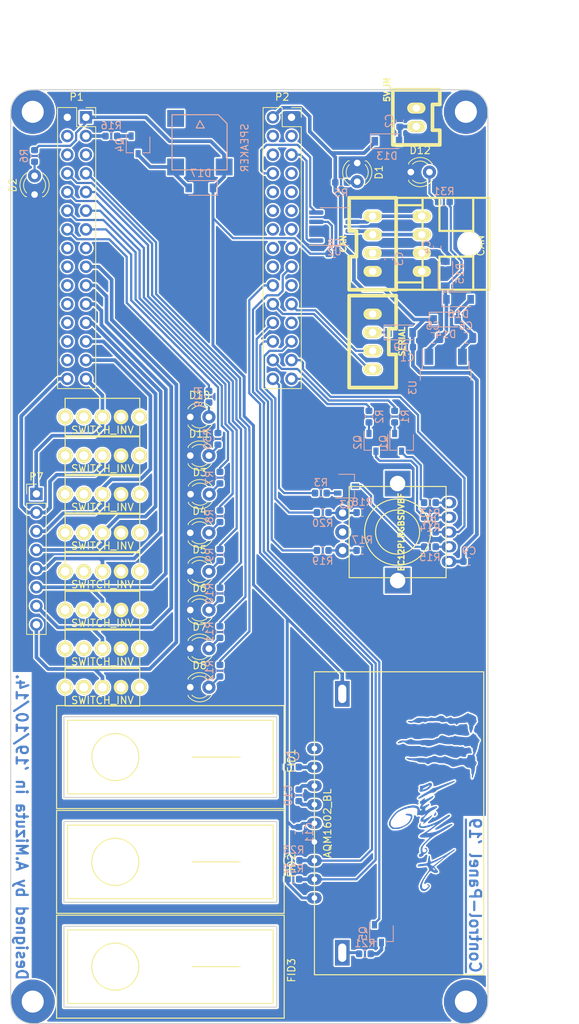
<source format=kicad_pcb>
(kicad_pcb (version 20171130) (host pcbnew "(5.1.4)-1")
  (layers (0 F.Cu signal) (31 B.Cu signal) (34 B.Paste user) (35 F.Paste user) (36 B.SilkS user) (37 F.SilkS user) (38 B.Mask user) (39 F.Mask user) (44 Edge.Cuts user))
  (net 0 "")
  (net 1 +5V)
  (net 2 GND)
  (net 3 /E6)
  (net 4 /E5)
  (net 5 /C1)
  (net 6 /C0)
  (net 7 /C3)
  (net 8 /C2)
  (net 9 /A1)
  (net 10 /A0)
  (net 11 /A3)
  (net 12 /A2)
  (net 13 /A5)
  (net 14 /A4)
  (net 15 /A7)
  (net 16 /A6)
  (net 17 /C5)
  (net 18 /C4)
  (net 19 /B1)
  (net 20 /B0)
  (net 21 /E9)
  (net 22 /E8)
  (net 23 /E11)
  (net 24 /E10)
  (net 25 /E13)
  (net 26 /E12)
  (net 27 /B10)
  (net 28 /E14)
  (net 29 /B11)
  (net 30 /B13)
  (net 31 /B9)
  (net 32 /B8)
  (net 33 /B7)
  (net 34 /B6)
  (net 35 /B5)
  (net 36 /B4)
  (net 37 /B3)
  (net 38 /D6)
  (net 39 /D5)
  (net 40 /D2)
  (net 41 /C12)
  (net 42 /A15)
  (net 43 /A11)
  (net 44 /A10)
  (net 45 /A9)
  (net 46 /A8)
  (net 47 /C9)
  (net 48 /C8)
  (net 49 /C7)
  (net 50 /C6)
  (net 51 /D15)
  (net 52 /D14)
  (net 53 /D13)
  (net 54 /D12)
  (net 55 /D9)
  (net 56 /D8)
  (net 57 /B14)
  (net 58 /B15)
  (net 59 "Net-(C2-Pad2)")
  (net 60 "Net-(C3-Pad2)")
  (net 61 "Net-(D1-Pad2)")
  (net 62 "Net-(D2-Pad2)")
  (net 63 "Net-(D3-Pad2)")
  (net 64 "Net-(D4-Pad2)")
  (net 65 "Net-(D5-Pad2)")
  (net 66 "Net-(D6-Pad2)")
  (net 67 "Net-(D7-Pad2)")
  (net 68 "Net-(D8-Pad2)")
  (net 69 "Net-(D9-Pad1)")
  (net 70 "Net-(D10-Pad2)")
  (net 71 "Net-(D11-Pad2)")
  (net 72 "Net-(D12-Pad2)")
  (net 73 +12V)
  (net 74 +3V3)
  (net 75 /CAN_H)
  (net 76 /CAN_L)
  (net 77 "Net-(Q1-Pad3)")
  (net 78 "Net-(Q1-Pad1)")
  (net 79 "Net-(Q2-Pad1)")
  (net 80 "Net-(Q2-Pad3)")
  (net 81 "Net-(Q3-Pad1)")
  (net 82 "Net-(Q3-Pad3)")
  (net 83 "Net-(Q4-Pad1)")
  (net 84 "Net-(R13-Pad2)")
  (net 85 "Net-(R14-Pad2)")
  (net 86 "Net-(R15-Pad2)")
  (net 87 "Net-(U1-Pad7)")
  (net 88 "Net-(C6-Pad1)")
  (net 89 "Net-(SW1-Pad1)")
  (net 90 "Net-(SW2-Pad1)")
  (net 91 "Net-(SW3-Pad1)")
  (net 92 "Net-(SW4-Pad1)")
  (net 93 "Net-(SW5-Pad1)")
  (net 94 "Net-(SW6-Pad1)")
  (net 95 "Net-(SW7-Pad1)")
  (net 96 "Net-(SW8-Pad1)")
  (net 97 "Net-(U4-Pad1)")
  (net 98 "Net-(R21-Pad2)")
  (net 99 "Net-(C7-Pad1)")
  (net 100 "Net-(C10-Pad1)")
  (net 101 "Net-(C10-Pad2)")
  (net 102 "Net-(D17-Pad2)")
  (net 103 "Net-(R17-Pad2)")
  (net 104 "Net-(R18-Pad2)")
  (net 105 "Net-(Q5-Pad3)")
  (module Diode_SMD:D_SOD-123 (layer B.Cu) (at 185.1 93)
    (fp_text reference D9 (at 0 2) (layer B.SilkS) (effects (justify mirror)))
    (fp_text value DIODE)
    (pad 1 smd rect (at -1.65 0) (size 0.9 1.2) (layers B.Cu B.Paste B.Mask) (net 69 "Net-(D9-Pad1)"))
    (pad 2 smd rect (at 1.65 0) (size 0.9 1.2) (layers B.Cu B.Paste B.Mask) (net 1 +5V))
  )
  (module Mizz_lib:SW_28x11mm (layer F.Cu) (at 153.75 150.75 270)
    (fp_text reference FID1 (at 0.5 -16.5 270) (layer F.SilkS))
    (fp_text value Fiducial)
  )
  (module Mizz_lib:SW_28x11mm (layer F.Cu) (at 153.75 165 270)
    (fp_text reference FID2 (at 0.5 -16.5 90) (layer F.SilkS))
    (fp_text value Fiducial)
  )
  (module Resistor_SMD:R_0603_1608Metric (layer B.Cu) (at 174.5 122.65)
    (fp_text reference R19 (at 0 1.43) (layer B.SilkS) (effects (justify mirror)))
    (fp_text value 100)
    (pad 1 smd roundrect (at -0.7875 0) (size 0.875 0.95) (layers B.Cu B.Paste B.Mask) (net 53 /D13))
    (pad 2 smd roundrect (at 0.7875 0) (size 0.875 0.95) (layers B.Cu B.Paste B.Mask) (net 103 "Net-(R17-Pad2)"))
  )
  (module Mizz_lib:EC12PLRGBSDVBF (layer F.Cu) (at 184.7 120.15 270)
    (fp_text reference U1 hide)
    (fp_text value EC12PLRGBSDVBF (at 0 -0.5 90) (layer F.SilkS) (effects (font (size 0.8 0.8) (thickness 0.2))))
    (pad 1 thru_hole oval (at -4 -7 270) (size 1.5 2) (drill 1) (layers *.Cu *.Mask) (net 84 "Net-(R13-Pad2)"))
    (pad 2 thru_hole oval (at -2 -7 270) (size 1.5 2) (drill 1) (layers *.Cu *.Mask) (net 85 "Net-(R14-Pad2)"))
    (pad 3 thru_hole oval (at 0 -7 270) (size 1.5 2) (drill 1) (layers *.Cu *.Mask) (net 56 /D8))
    (pad 4 thru_hole oval (at 2 -7 270) (size 1.5 2) (drill 1) (layers *.Cu *.Mask) (net 86 "Net-(R15-Pad2)"))
    (pad 5 thru_hole oval (at 4 -7 270) (size 1.5 2) (drill 1) (layers *.Cu *.Mask) (net 1 +5V))
    (pad 6 thru_hole circle (at -2.6 7.5 270) (size 2 2) (drill 1) (layers *.Cu *.Mask) (net 104 "Net-(R18-Pad2)"))
    (pad 7 thru_hole circle (at 0 7.5 270) (size 2 2) (drill 1) (layers *.Cu *.Mask) (net 87 "Net-(U1-Pad7)"))
    (pad 8 thru_hole circle (at 2.5 7.5 270) (size 2 2) (drill 1) (layers *.Cu *.Mask) (net 103 "Net-(R17-Pad2)"))
    (pad "" thru_hole rect (at -6.6 0 270) (size 3.5 3.5) (drill 2.1) (layers *.Cu *.Mask))
    (pad "" thru_hole rect (at 6.6 0 270) (size 3.5 3.5) (drill 2.1) (layers *.Cu *.Mask))
  )
  (module Mizz_lib:2MS1-T1-B4-VS2-Q-E (layer F.Cu) (at 144.5 109.75)
    (fp_text reference SW2 hide)
    (fp_text value SWITCH_INV (at 0 1.78) (layer F.SilkS))
    (pad 2 thru_hole circle (at 0 0) (size 2 2) (drill 1.2) (layers *.Cu *.Mask F.SilkS) (net 29 /B11))
    (pad 1 thru_hole circle (at -2.54 0) (size 2 2) (drill 1.2) (layers *.Cu *.Mask F.SilkS) (net 90 "Net-(SW2-Pad1)"))
    (pad 3 thru_hole circle (at 2.53 0) (size 2 2) (drill 1.2) (layers *.Cu *.Mask F.SilkS) (net 2 GND))
    (pad "" thru_hole circle (at -5.08 0) (size 2 2) (drill 1.2) (layers *.Cu *.Mask F.SilkS))
    (pad "" thru_hole circle (at 5.08 0) (size 2 2) (drill 1.2) (layers *.Cu *.Mask F.SilkS))
  )
  (module Connector_PinSocket_2.54mm:PinSocket_2x15_P2.54mm_Vertical (layer F.Cu) (at 170.25 63.75)
    (fp_text reference P2 (at -1.27 -2.77) (layer F.SilkS))
    (fp_text value CONN_02X15)
    (pad 30 thru_hole oval (at -2.54 35.56) (size 1.7 1.7) (drill 1) (layers *.Cu *.Mask) (net 57 /B14))
    (pad 29 thru_hole oval (at 0 35.56) (size 1.7 1.7) (drill 1) (layers *.Cu *.Mask) (net 58 /B15))
    (pad 28 thru_hole oval (at -2.54 33.02) (size 1.7 1.7) (drill 1) (layers *.Cu *.Mask) (net 55 /D9))
    (pad 27 thru_hole oval (at 0 33.02) (size 1.7 1.7) (drill 1) (layers *.Cu *.Mask) (net 56 /D8))
    (pad 26 thru_hole oval (at -2.54 30.48) (size 1.7 1.7) (drill 1) (layers *.Cu *.Mask) (net 53 /D13))
    (pad 25 thru_hole oval (at 0 30.48) (size 1.7 1.7) (drill 1) (layers *.Cu *.Mask) (net 54 /D12))
    (pad 24 thru_hole oval (at -2.54 27.94) (size 1.7 1.7) (drill 1) (layers *.Cu *.Mask) (net 51 /D15))
    (pad 23 thru_hole oval (at 0 27.94) (size 1.7 1.7) (drill 1) (layers *.Cu *.Mask) (net 52 /D14))
    (pad 22 thru_hole oval (at -2.54 25.4) (size 1.7 1.7) (drill 1) (layers *.Cu *.Mask) (net 49 /C7))
    (pad 21 thru_hole oval (at 0 25.4) (size 1.7 1.7) (drill 1) (layers *.Cu *.Mask) (net 50 /C6))
    (pad 20 thru_hole oval (at -2.54 22.86) (size 1.7 1.7) (drill 1) (layers *.Cu *.Mask) (net 47 /C9))
    (pad 19 thru_hole oval (at 0 22.86) (size 1.7 1.7) (drill 1) (layers *.Cu *.Mask) (net 48 /C8))
    (pad 18 thru_hole oval (at -2.54 20.32) (size 1.7 1.7) (drill 1) (layers *.Cu *.Mask) (net 45 /A9))
    (pad 17 thru_hole oval (at 0 20.32) (size 1.7 1.7) (drill 1) (layers *.Cu *.Mask) (net 46 /A8))
    (pad 16 thru_hole oval (at -2.54 17.78) (size 1.7 1.7) (drill 1) (layers *.Cu *.Mask) (net 43 /A11))
    (pad 15 thru_hole oval (at 0 17.78) (size 1.7 1.7) (drill 1) (layers *.Cu *.Mask) (net 44 /A10))
    (pad 14 thru_hole oval (at -2.54 15.24) (size 1.7 1.7) (drill 1) (layers *.Cu *.Mask) (net 41 /C12))
    (pad 13 thru_hole oval (at 0 15.24) (size 1.7 1.7) (drill 1) (layers *.Cu *.Mask) (net 42 /A15))
    (pad 12 thru_hole oval (at -2.54 12.7) (size 1.7 1.7) (drill 1) (layers *.Cu *.Mask) (net 39 /D5))
    (pad 11 thru_hole oval (at 0 12.7) (size 1.7 1.7) (drill 1) (layers *.Cu *.Mask) (net 40 /D2))
    (pad 10 thru_hole oval (at -2.54 10.16) (size 1.7 1.7) (drill 1) (layers *.Cu *.Mask) (net 37 /B3))
    (pad 9 thru_hole oval (at 0 10.16) (size 1.7 1.7) (drill 1) (layers *.Cu *.Mask) (net 38 /D6))
    (pad 8 thru_hole oval (at -2.54 7.62) (size 1.7 1.7) (drill 1) (layers *.Cu *.Mask) (net 35 /B5))
    (pad 7 thru_hole oval (at 0 7.62) (size 1.7 1.7) (drill 1) (layers *.Cu *.Mask) (net 36 /B4))
    (pad 6 thru_hole oval (at -2.54 5.08) (size 1.7 1.7) (drill 1) (layers *.Cu *.Mask) (net 33 /B7))
    (pad 5 thru_hole oval (at 0 5.08) (size 1.7 1.7) (drill 1) (layers *.Cu *.Mask) (net 34 /B6))
    (pad 4 thru_hole oval (at -2.54 2.54) (size 1.7 1.7) (drill 1) (layers *.Cu *.Mask) (net 31 /B9))
    (pad 3 thru_hole oval (at 0 2.54) (size 1.7 1.7) (drill 1) (layers *.Cu *.Mask) (net 32 /B8))
    (pad 2 thru_hole oval (at -2.54 0) (size 1.7 1.7) (drill 1) (layers *.Cu *.Mask) (net 1 +5V))
    (pad 1 thru_hole rect (at 0 0) (size 1.7 1.7) (drill 1) (layers *.Cu *.Mask) (net 2 GND))
  )
  (module Connector_PinHeader_2.54mm:PinHeader_1x08_P2.54mm_Vertical (layer F.Cu) (at 135.5 114.96)
    (fp_text reference P7 (at 0 -2.33) (layer F.SilkS))
    (fp_text value CONN_01X08)
    (pad 8 thru_hole oval (at 0 17.78) (size 1.7 1.7) (drill 1) (layers *.Cu *.Mask) (net 18 /C4))
    (pad 7 thru_hole oval (at 0 15.24) (size 1.7 1.7) (drill 1) (layers *.Cu *.Mask) (net 20 /B0))
    (pad 6 thru_hole oval (at 0 12.7) (size 1.7 1.7) (drill 1) (layers *.Cu *.Mask) (net 22 /E8))
    (pad 5 thru_hole oval (at 0 10.16) (size 1.7 1.7) (drill 1) (layers *.Cu *.Mask) (net 24 /E10))
    (pad 4 thru_hole oval (at 0 7.62) (size 1.7 1.7) (drill 1) (layers *.Cu *.Mask) (net 26 /E12))
    (pad 3 thru_hole oval (at 0 5.08) (size 1.7 1.7) (drill 1) (layers *.Cu *.Mask) (net 28 /E14))
    (pad 2 thru_hole oval (at 0 2.54) (size 1.7 1.7) (drill 1) (layers *.Cu *.Mask) (net 29 /B11))
    (pad 1 thru_hole rect (at 0 0) (size 1.7 1.7) (drill 1) (layers *.Cu *.Mask) (net 30 /B13))
  )
  (module Mizz_lib:XA_4P (layer F.Cu) (at 181.3 77.2 270)
    (fp_text reference P5 hide)
    (fp_text value CAN (at 3.75 4 90) (layer F.SilkS) (effects (font (size 0.8 0.8) (thickness 0.2))))
    (pad 4 thru_hole oval (at 0 0 270) (size 1.5 2.5) (drill 1) (layers *.Cu *.Mask F.SilkS) (net 76 /CAN_L))
    (pad 3 thru_hole oval (at 2.5 0 270) (size 1.5 2.5) (drill 1) (layers *.Cu *.Mask F.SilkS) (net 75 /CAN_H))
    (pad 2 thru_hole oval (at 5 0 270) (size 1.5 2.5) (drill 1) (layers *.Cu *.Mask F.SilkS) (net 60 "Net-(C3-Pad2)"))
    (pad 1 thru_hole oval (at 7.5 0 270) (size 1.5 2.5) (drill 1) (layers *.Cu *.Mask F.SilkS) (net 2 GND))
  )
  (module Capacitor_SMD:C_0603_1608Metric (layer B.Cu) (at 186 95)
    (fp_text reference C1 (at 0 1.43) (layer B.SilkS) (effects (justify mirror)))
    (fp_text value 0.1u)
    (pad 1 smd roundrect (at -0.7875 0) (size 0.875 0.95) (layers B.Cu B.Paste B.Mask) (net 2 GND))
    (pad 2 smd roundrect (at 0.7875 0) (size 0.875 0.95) (layers B.Cu B.Paste B.Mask) (net 1 +5V))
  )
  (module Capacitor_SMD:C_0603_1608Metric (layer B.Cu) (at 185 64.25 270)
    (fp_text reference C2 (at 0 1.43 90) (layer B.SilkS) (effects (justify mirror)))
    (fp_text value 0.1u)
    (pad 1 smd roundrect (at -0.7875 0 270) (size 0.875 0.95) (layers B.Cu B.Paste B.Mask) (net 2 GND))
    (pad 2 smd roundrect (at 0.7875 0 270) (size 0.875 0.95) (layers B.Cu B.Paste B.Mask) (net 59 "Net-(C2-Pad2)"))
  )
  (module Capacitor_SMD:C_0603_1608Metric (layer B.Cu) (at 183.5 83 90)
    (fp_text reference C3 (at 0 1.43 90) (layer B.SilkS) (effects (justify mirror)))
    (fp_text value 1u)
    (pad 2 smd roundrect (at 0.7875 0 90) (size 0.875 0.95) (layers B.Cu B.Paste B.Mask) (net 60 "Net-(C3-Pad2)"))
    (pad 1 smd roundrect (at -0.7875 0 90) (size 0.875 0.95) (layers B.Cu B.Paste B.Mask) (net 2 GND))
  )
  (module Capacitor_SMD:C_0603_1608Metric (layer B.Cu) (at 190.1 81.4 270)
    (fp_text reference C4 (at 0 1.43 90) (layer B.SilkS) (effects (justify mirror)))
    (fp_text value 1u)
    (pad 2 smd roundrect (at 0.7875 0 270) (size 0.875 0.95) (layers B.Cu B.Paste B.Mask) (net 60 "Net-(C3-Pad2)"))
    (pad 1 smd roundrect (at -0.7875 0 270) (size 0.875 0.95) (layers B.Cu B.Paste B.Mask) (net 2 GND))
  )
  (module LED_THT:LED_D3.0mm (layer F.Cu) (at 179.2 69.96 270)
    (fp_text reference D1 (at 1.27 -2.96 90) (layer F.SilkS))
    (fp_text value LED)
    (pad 1 thru_hole rect (at 0 0 270) (size 1.8 1.8) (drill 0.9) (layers *.Cu *.Mask) (net 2 GND))
    (pad 2 thru_hole circle (at 2.54 0 270) (size 1.8 1.8) (drill 0.9) (layers *.Cu *.Mask) (net 61 "Net-(D1-Pad2)"))
  )
  (module LED_THT:LED_D3.0mm (layer F.Cu) (at 135.25 74.25 90)
    (fp_text reference D2 (at 1.27 -2.96 90) (layer F.SilkS))
    (fp_text value LED)
    (pad 2 thru_hole circle (at 2.54 0 90) (size 1.8 1.8) (drill 0.9) (layers *.Cu *.Mask) (net 62 "Net-(D2-Pad2)"))
    (pad 1 thru_hole rect (at 0 0 90) (size 1.8 1.8) (drill 0.9) (layers *.Cu *.Mask) (net 2 GND))
  )
  (module LED_THT:LED_D3.0mm (layer F.Cu) (at 156.5 115)
    (fp_text reference D3 (at 1.27 -2.96) (layer F.SilkS))
    (fp_text value LED)
    (pad 2 thru_hole circle (at 2.54 0) (size 1.8 1.8) (drill 0.9) (layers *.Cu *.Mask) (net 63 "Net-(D3-Pad2)"))
    (pad 1 thru_hole rect (at 0 0) (size 1.8 1.8) (drill 0.9) (layers *.Cu *.Mask) (net 2 GND))
  )
  (module LED_THT:LED_D3.0mm (layer F.Cu) (at 156.46 120.25)
    (fp_text reference D4 (at 1.27 -2.96) (layer F.SilkS))
    (fp_text value LED)
    (pad 1 thru_hole rect (at 0 0) (size 1.8 1.8) (drill 0.9) (layers *.Cu *.Mask) (net 2 GND))
    (pad 2 thru_hole circle (at 2.54 0) (size 1.8 1.8) (drill 0.9) (layers *.Cu *.Mask) (net 64 "Net-(D4-Pad2)"))
  )
  (module LED_THT:LED_D3.0mm (layer F.Cu) (at 156.46 125.5)
    (fp_text reference D5 (at 1.27 -2.96) (layer F.SilkS))
    (fp_text value LED)
    (pad 1 thru_hole rect (at 0 0) (size 1.8 1.8) (drill 0.9) (layers *.Cu *.Mask) (net 2 GND))
    (pad 2 thru_hole circle (at 2.54 0) (size 1.8 1.8) (drill 0.9) (layers *.Cu *.Mask) (net 65 "Net-(D5-Pad2)"))
  )
  (module LED_THT:LED_D3.0mm (layer F.Cu) (at 156.46 130.75)
    (fp_text reference D6 (at 1.27 -2.96) (layer F.SilkS))
    (fp_text value LED)
    (pad 2 thru_hole circle (at 2.54 0) (size 1.8 1.8) (drill 0.9) (layers *.Cu *.Mask) (net 66 "Net-(D6-Pad2)"))
    (pad 1 thru_hole rect (at 0 0) (size 1.8 1.8) (drill 0.9) (layers *.Cu *.Mask) (net 2 GND))
  )
  (module LED_THT:LED_D3.0mm (layer F.Cu) (at 156.46 136)
    (fp_text reference D7 (at 1.27 -2.96) (layer F.SilkS))
    (fp_text value LED)
    (pad 1 thru_hole rect (at 0 0) (size 1.8 1.8) (drill 0.9) (layers *.Cu *.Mask) (net 2 GND))
    (pad 2 thru_hole circle (at 2.54 0) (size 1.8 1.8) (drill 0.9) (layers *.Cu *.Mask) (net 67 "Net-(D7-Pad2)"))
  )
  (module LED_THT:LED_D3.0mm (layer F.Cu) (at 156.46 141.25)
    (fp_text reference D8 (at 1.27 -2.96) (layer F.SilkS))
    (fp_text value LED)
    (pad 2 thru_hole circle (at 2.54 0) (size 1.8 1.8) (drill 0.9) (layers *.Cu *.Mask) (net 68 "Net-(D8-Pad2)"))
    (pad 1 thru_hole rect (at 0 0) (size 1.8 1.8) (drill 0.9) (layers *.Cu *.Mask) (net 2 GND))
  )
  (module LED_THT:LED_D3.0mm (layer F.Cu) (at 156.46 104.5)
    (fp_text reference D10 (at 1.27 -2.96) (layer F.SilkS))
    (fp_text value LED)
    (pad 2 thru_hole circle (at 2.54 0) (size 1.8 1.8) (drill 0.9) (layers *.Cu *.Mask) (net 70 "Net-(D10-Pad2)"))
    (pad 1 thru_hole rect (at 0 0) (size 1.8 1.8) (drill 0.9) (layers *.Cu *.Mask) (net 2 GND))
  )
  (module LED_THT:LED_D3.0mm (layer F.Cu) (at 156.46 109.75)
    (fp_text reference D11 (at 1.27 -2.96) (layer F.SilkS))
    (fp_text value LED)
    (pad 1 thru_hole rect (at 0 0) (size 1.8 1.8) (drill 0.9) (layers *.Cu *.Mask) (net 2 GND))
    (pad 2 thru_hole circle (at 2.54 0) (size 1.8 1.8) (drill 0.9) (layers *.Cu *.Mask) (net 71 "Net-(D11-Pad2)"))
  )
  (module LED_THT:LED_D3.0mm (layer F.Cu) (at 186.5 71.2)
    (fp_text reference D12 (at 1.27 -2.96) (layer F.SilkS))
    (fp_text value LED)
    (pad 1 thru_hole rect (at 0 0) (size 1.8 1.8) (drill 0.9) (layers *.Cu *.Mask) (net 2 GND))
    (pad 2 thru_hole circle (at 2.54 0) (size 1.8 1.8) (drill 0.9) (layers *.Cu *.Mask) (net 72 "Net-(D12-Pad2)"))
  )
  (module Diode_SMD:D_SOD-123 (layer B.Cu) (at 183.25 67)
    (fp_text reference D13 (at 0 2) (layer B.SilkS) (effects (justify mirror)))
    (fp_text value DIODE)
    (pad 1 smd rect (at -1.65 0) (size 0.9 1.2) (layers B.Cu B.Paste B.Mask) (net 1 +5V))
    (pad 2 smd rect (at 1.65 0) (size 0.9 1.2) (layers B.Cu B.Paste B.Mask) (net 59 "Net-(C2-Pad2)"))
  )
  (module Diode_SMD:D_SOD-123 (layer B.Cu) (at 191.2 85 90)
    (fp_text reference D15 (at 0 2 90) (layer B.SilkS) (effects (justify mirror)))
    (fp_text value DIODE)
    (pad 2 smd rect (at 1.65 0 90) (size 0.9 1.2) (layers B.Cu B.Paste B.Mask) (net 60 "Net-(C3-Pad2)"))
    (pad 1 smd rect (at -1.65 0 90) (size 0.9 1.2) (layers B.Cu B.Paste B.Mask) (net 73 +12V))
  )
  (module Connector_PinSocket_2.54mm:PinSocket_2x15_P2.54mm_Vertical (layer F.Cu) (at 142.25 63.75)
    (fp_text reference P1 (at -1.27 -2.77) (layer F.SilkS))
    (fp_text value CONN_02X15)
    (pad 1 thru_hole rect (at 0 0) (size 1.7 1.7) (drill 1) (layers *.Cu *.Mask) (net 74 +3V3))
    (pad 2 thru_hole oval (at -2.54 0) (size 1.7 1.7) (drill 1) (layers *.Cu *.Mask) (net 2 GND))
    (pad 3 thru_hole oval (at 0 2.54) (size 1.7 1.7) (drill 1) (layers *.Cu *.Mask) (net 4 /E5))
    (pad 4 thru_hole oval (at -2.54 2.54) (size 1.7 1.7) (drill 1) (layers *.Cu *.Mask) (net 3 /E6))
    (pad 5 thru_hole oval (at 0 5.08) (size 1.7 1.7) (drill 1) (layers *.Cu *.Mask) (net 6 /C0))
    (pad 6 thru_hole oval (at -2.54 5.08) (size 1.7 1.7) (drill 1) (layers *.Cu *.Mask) (net 5 /C1))
    (pad 7 thru_hole oval (at 0 7.62) (size 1.7 1.7) (drill 1) (layers *.Cu *.Mask) (net 8 /C2))
    (pad 8 thru_hole oval (at -2.54 7.62) (size 1.7 1.7) (drill 1) (layers *.Cu *.Mask) (net 7 /C3))
    (pad 9 thru_hole oval (at 0 10.16) (size 1.7 1.7) (drill 1) (layers *.Cu *.Mask) (net 10 /A0))
    (pad 10 thru_hole oval (at -2.54 10.16) (size 1.7 1.7) (drill 1) (layers *.Cu *.Mask) (net 9 /A1))
    (pad 11 thru_hole oval (at 0 12.7) (size 1.7 1.7) (drill 1) (layers *.Cu *.Mask) (net 12 /A2))
    (pad 12 thru_hole oval (at -2.54 12.7) (size 1.7 1.7) (drill 1) (layers *.Cu *.Mask) (net 11 /A3))
    (pad 13 thru_hole oval (at 0 15.24) (size 1.7 1.7) (drill 1) (layers *.Cu *.Mask) (net 14 /A4))
    (pad 14 thru_hole oval (at -2.54 15.24) (size 1.7 1.7) (drill 1) (layers *.Cu *.Mask) (net 13 /A5))
    (pad 15 thru_hole oval (at 0 17.78) (size 1.7 1.7) (drill 1) (layers *.Cu *.Mask) (net 16 /A6))
    (pad 16 thru_hole oval (at -2.54 17.78) (size 1.7 1.7) (drill 1) (layers *.Cu *.Mask) (net 15 /A7))
    (pad 17 thru_hole oval (at 0 20.32) (size 1.7 1.7) (drill 1) (layers *.Cu *.Mask) (net 18 /C4))
    (pad 18 thru_hole oval (at -2.54 20.32) (size 1.7 1.7) (drill 1) (layers *.Cu *.Mask) (net 17 /C5))
    (pad 19 thru_hole oval (at 0 22.86) (size 1.7 1.7) (drill 1) (layers *.Cu *.Mask) (net 20 /B0))
    (pad 20 thru_hole oval (at -2.54 22.86) (size 1.7 1.7) (drill 1) (layers *.Cu *.Mask) (net 19 /B1))
    (pad 21 thru_hole oval (at 0 25.4) (size 1.7 1.7) (drill 1) (layers *.Cu *.Mask) (net 22 /E8))
    (pad 22 thru_hole oval (at -2.54 25.4) (size 1.7 1.7) (drill 1) (layers *.Cu *.Mask) (net 21 /E9))
    (pad 23 thru_hole oval (at 0 27.94) (size 1.7 1.7) (drill 1) (layers *.Cu *.Mask) (net 24 /E10))
    (pad 24 thru_hole oval (at -2.54 27.94) (size 1.7 1.7) (drill 1) (layers *.Cu *.Mask) (net 23 /E11))
    (pad 25 thru_hole oval (at 0 30.48) (size 1.7 1.7) (drill 1) (layers *.Cu *.Mask) (net 26 /E12))
    (pad 26 thru_hole oval (at -2.54 30.48) (size 1.7 1.7) (drill 1) (layers *.Cu *.Mask) (net 25 /E13))
    (pad 27 thru_hole oval (at 0 33.02) (size 1.7 1.7) (drill 1) (layers *.Cu *.Mask) (net 28 /E14))
    (pad 28 thru_hole oval (at -2.54 33.02) (size 1.7 1.7) (drill 1) (layers *.Cu *.Mask) (net 27 /B10))
    (pad 29 thru_hole oval (at 0 35.56) (size 1.7 1.7) (drill 1) (layers *.Cu *.Mask) (net 30 /B13))
    (pad 30 thru_hole oval (at -2.54 35.56) (size 1.7 1.7) (drill 1) (layers *.Cu *.Mask) (net 29 /B11))
  )
  (module Mizz_lib:XA_4P (layer F.Cu) (at 181.3 98 90)
    (fp_text reference P3 hide)
    (fp_text value SERIAL (at 3.75 4 90) (layer F.SilkS) (effects (font (size 0.8 0.8) (thickness 0.2))))
    (pad 4 thru_hole oval (at 0 0 90) (size 1.5 2.5) (drill 1) (layers *.Cu *.Mask F.SilkS) (net 49 /C7))
    (pad 3 thru_hole oval (at 2.5 0 90) (size 1.5 2.5) (drill 1) (layers *.Cu *.Mask F.SilkS) (net 50 /C6))
    (pad 2 thru_hole oval (at 5 0 90) (size 1.5 2.5) (drill 1) (layers *.Cu *.Mask F.SilkS) (net 69 "Net-(D9-Pad1)"))
    (pad 1 thru_hole oval (at 7.5 0 90) (size 1.5 2.5) (drill 1) (layers *.Cu *.Mask F.SilkS) (net 2 GND))
  )
  (module Mizz_lib:XA_2P (layer F.Cu) (at 187.25 65 90)
    (fp_text reference P4 hide)
    (fp_text value 5V_IN (at 5 -4 90) (layer F.SilkS) (effects (font (size 0.8 0.8) (thickness 0.2))))
    (pad 1 thru_hole oval (at 2.5 0 90) (size 1.5 2.5) (drill 1) (layers *.Cu *.Mask F.SilkS) (net 2 GND))
    (pad 2 thru_hole oval (at 0 0 90) (size 1.5 2.5) (drill 1) (layers *.Cu *.Mask F.SilkS) (net 59 "Net-(C2-Pad2)"))
  )
  (module Mizz_lib:XA_4LC (layer F.Cu) (at 188 84.7 90)
    (fp_text reference P6 hide)
    (fp_text value CAN (at 3.5 8 90) (layer F.SilkS))
    (pad "" thru_hole circle (at 3.75 6.5 90) (size 3 3) (drill 3) (layers *.Cu *.Mask F.SilkS) (clearance -0.3))
    (pad 4 thru_hole oval (at 7.5 0 90) (size 1.5 2.5) (drill 1) (layers *.Cu *.Mask F.SilkS) (net 76 /CAN_L))
    (pad 3 thru_hole oval (at 5 0 90) (size 1.5 2.5) (drill 1) (layers *.Cu *.Mask F.SilkS) (net 75 /CAN_H))
    (pad 2 thru_hole oval (at 2.5 0 90) (size 1.5 2.5) (drill 1) (layers *.Cu *.Mask F.SilkS) (net 60 "Net-(C3-Pad2)"))
    (pad 1 thru_hole oval (at 0 0 90) (size 1.5 2.5) (drill 1) (layers *.Cu *.Mask F.SilkS) (net 2 GND))
  )
  (module Package_TO_SOT_SMD:SOT-23W (layer B.Cu) (at 185.25 107.95 270)
    (fp_text reference Q1 (at 0 2.5 90) (layer B.SilkS) (effects (justify mirror)))
    (fp_text value NPN)
    (pad 3 smd rect (at 1.2 0 270) (size 1 0.7) (layers B.Cu B.Paste B.Mask) (net 77 "Net-(Q1-Pad3)"))
    (pad 2 smd rect (at -1.2 -0.95 270) (size 1 0.7) (layers B.Cu B.Paste B.Mask) (net 2 GND))
    (pad 1 smd rect (at -1.2 0.95 270) (size 1 0.7) (layers B.Cu B.Paste B.Mask) (net 78 "Net-(Q1-Pad1)"))
  )
  (module Package_TO_SOT_SMD:SOT-23W (layer B.Cu) (at 181.75 107.95 270)
    (fp_text reference Q2 (at 0 2.5 90) (layer B.SilkS) (effects (justify mirror)))
    (fp_text value NPN)
    (pad 1 smd rect (at -1.2 0.95 270) (size 1 0.7) (layers B.Cu B.Paste B.Mask) (net 79 "Net-(Q2-Pad1)"))
    (pad 2 smd rect (at -1.2 -0.95 270) (size 1 0.7) (layers B.Cu B.Paste B.Mask) (net 2 GND))
    (pad 3 smd rect (at 1.2 0 270) (size 1 0.7) (layers B.Cu B.Paste B.Mask) (net 80 "Net-(Q2-Pad3)"))
  )
  (module Package_TO_SOT_SMD:SOT-23W (layer B.Cu) (at 177.75 113.9)
    (fp_text reference Q3 (at 0 2.5) (layer B.SilkS) (effects (justify mirror)))
    (fp_text value Q_NPN_BEC)
    (pad 1 smd rect (at -1.2 0.95) (size 1 0.7) (layers B.Cu B.Paste B.Mask) (net 81 "Net-(Q3-Pad1)"))
    (pad 2 smd rect (at -1.2 -0.95) (size 1 0.7) (layers B.Cu B.Paste B.Mask) (net 2 GND))
    (pad 3 smd rect (at 1.2 0) (size 1 0.7) (layers B.Cu B.Paste B.Mask) (net 82 "Net-(Q3-Pad3)"))
  )
  (module Package_TO_SOT_SMD:SOT-23W (layer B.Cu) (at 149.35 67.5 270)
    (fp_text reference Q4 (at 0 2.5 90) (layer B.SilkS) (effects (justify mirror)))
    (fp_text value Q_NPN_BEC)
    (pad 3 smd rect (at 1.2 0 270) (size 1 0.7) (layers B.Cu B.Paste B.Mask) (net 102 "Net-(D17-Pad2)"))
    (pad 2 smd rect (at -1.2 -0.95 270) (size 1 0.7) (layers B.Cu B.Paste B.Mask) (net 2 GND))
    (pad 1 smd rect (at -1.2 0.95 270) (size 1 0.7) (layers B.Cu B.Paste B.Mask) (net 83 "Net-(Q4-Pad1)"))
  )
  (module Resistor_SMD:R_0603_1608Metric (layer B.Cu) (at 184.3 104.45 90)
    (fp_text reference R1 (at 0 1.43 90) (layer B.SilkS) (effects (justify mirror)))
    (fp_text value 10)
    (pad 1 smd roundrect (at -0.7875 0 90) (size 0.875 0.95) (layers B.Cu B.Paste B.Mask) (net 78 "Net-(Q1-Pad1)"))
    (pad 2 smd roundrect (at 0.7875 0 90) (size 0.875 0.95) (layers B.Cu B.Paste B.Mask) (net 55 /D9))
  )
  (module Resistor_SMD:R_0603_1608Metric (layer B.Cu) (at 180.8 104.45 90)
    (fp_text reference R2 (at 0 1.43 90) (layer B.SilkS) (effects (justify mirror)))
    (fp_text value 10)
    (pad 2 smd roundrect (at 0.7875 0 90) (size 0.875 0.95) (layers B.Cu B.Paste B.Mask) (net 58 /B15))
    (pad 1 smd roundrect (at -0.7875 0 90) (size 0.875 0.95) (layers B.Cu B.Paste B.Mask) (net 79 "Net-(Q2-Pad1)"))
  )
  (module Resistor_SMD:R_0603_1608Metric (layer B.Cu) (at 174.25 114.85 180)
    (fp_text reference R3 (at 0 1.43) (layer B.SilkS) (effects (justify mirror)))
    (fp_text value 10)
    (pad 1 smd roundrect (at -0.7875 0 180) (size 0.875 0.95) (layers B.Cu B.Paste B.Mask) (net 81 "Net-(Q3-Pad1)"))
    (pad 2 smd roundrect (at 0.7875 0 180) (size 0.875 0.95) (layers B.Cu B.Paste B.Mask) (net 57 /B14))
  )
  (module Resistor_SMD:R_0603_1608Metric (layer B.Cu) (at 189.1 120.15 180)
    (fp_text reference R4 (at 0 1.43) (layer B.SilkS) (effects (justify mirror)))
    (fp_text value 10k)
    (pad 2 smd roundrect (at 0.7875 0 180) (size 0.875 0.95) (layers B.Cu B.Paste B.Mask) (net 2 GND))
    (pad 1 smd roundrect (at -0.7875 0 180) (size 0.875 0.95) (layers B.Cu B.Paste B.Mask) (net 56 /D8))
  )
  (module Resistor_SMD:R_0603_1608Metric (layer B.Cu) (at 177 72.6)
    (fp_text reference R5 (at 0 1.43) (layer B.SilkS) (effects (justify mirror)))
    (fp_text value 510)
    (pad 2 smd roundrect (at 0.7875 0) (size 0.875 0.95) (layers B.Cu B.Paste B.Mask) (net 61 "Net-(D1-Pad2)"))
    (pad 1 smd roundrect (at -0.7875 0) (size 0.875 0.95) (layers B.Cu B.Paste B.Mask) (net 1 +5V))
  )
  (module Resistor_SMD:R_0603_1608Metric (layer B.Cu) (at 135.25 69 270)
    (fp_text reference R6 (at 0 1.43 90) (layer B.SilkS) (effects (justify mirror)))
    (fp_text value 330)
    (pad 2 smd roundrect (at 0.7875 0 270) (size 0.875 0.95) (layers B.Cu B.Paste B.Mask) (net 62 "Net-(D2-Pad2)"))
    (pad 1 smd roundrect (at -0.7875 0 270) (size 0.875 0.95) (layers B.Cu B.Paste B.Mask) (net 74 +3V3))
  )
  (module Resistor_SMD:R_0603_1608Metric (layer B.Cu) (at 160.5 112.75 270)
    (fp_text reference R7 (at 0 1.43 90) (layer B.SilkS) (effects (justify mirror)))
    (fp_text value 330)
    (pad 2 smd roundrect (at 0.7875 0 270) (size 0.875 0.95) (layers B.Cu B.Paste B.Mask) (net 63 "Net-(D3-Pad2)"))
    (pad 1 smd roundrect (at -0.7875 0 270) (size 0.875 0.95) (layers B.Cu B.Paste B.Mask) (net 11 /A3))
  )
  (module Resistor_SMD:R_0603_1608Metric (layer B.Cu) (at 160.5 118 270)
    (fp_text reference R8 (at 0 1.43 90) (layer B.SilkS) (effects (justify mirror)))
    (fp_text value 330)
    (pad 1 smd roundrect (at -0.7875 0 270) (size 0.875 0.95) (layers B.Cu B.Paste B.Mask) (net 12 /A2))
    (pad 2 smd roundrect (at 0.7875 0 270) (size 0.875 0.95) (layers B.Cu B.Paste B.Mask) (net 64 "Net-(D4-Pad2)"))
  )
  (module Resistor_SMD:R_0603_1608Metric (layer B.Cu) (at 160.5 123.25 270)
    (fp_text reference R9 (at 0 1.43 90) (layer B.SilkS) (effects (justify mirror)))
    (fp_text value 330)
    (pad 1 smd roundrect (at -0.7875 0 270) (size 0.875 0.95) (layers B.Cu B.Paste B.Mask) (net 9 /A1))
    (pad 2 smd roundrect (at 0.7875 0 270) (size 0.875 0.95) (layers B.Cu B.Paste B.Mask) (net 65 "Net-(D5-Pad2)"))
  )
  (module Resistor_SMD:R_0603_1608Metric (layer B.Cu) (at 160.5 128.5 270)
    (fp_text reference R10 (at 0 1.43 90) (layer B.SilkS) (effects (justify mirror)))
    (fp_text value 330)
    (pad 2 smd roundrect (at 0.7875 0 270) (size 0.875 0.95) (layers B.Cu B.Paste B.Mask) (net 66 "Net-(D6-Pad2)"))
    (pad 1 smd roundrect (at -0.7875 0 270) (size 0.875 0.95) (layers B.Cu B.Paste B.Mask) (net 10 /A0))
  )
  (module Resistor_SMD:R_0603_1608Metric (layer B.Cu) (at 160.5 133.75 270)
    (fp_text reference R11 (at 0 1.43 90) (layer B.SilkS) (effects (justify mirror)))
    (fp_text value 330)
    (pad 1 smd roundrect (at -0.7875 0 270) (size 0.875 0.95) (layers B.Cu B.Paste B.Mask) (net 7 /C3))
    (pad 2 smd roundrect (at 0.7875 0 270) (size 0.875 0.95) (layers B.Cu B.Paste B.Mask) (net 67 "Net-(D7-Pad2)"))
  )
  (module Resistor_SMD:R_0603_1608Metric (layer B.Cu) (at 160.5 139 270)
    (fp_text reference R12 (at 0 1.43 90) (layer B.SilkS) (effects (justify mirror)))
    (fp_text value 330)
    (pad 2 smd roundrect (at 0.7875 0 270) (size 0.875 0.95) (layers B.Cu B.Paste B.Mask) (net 68 "Net-(D8-Pad2)"))
    (pad 1 smd roundrect (at -0.7875 0 270) (size 0.875 0.95) (layers B.Cu B.Paste B.Mask) (net 8 /C2))
  )
  (module Resistor_SMD:R_0603_1608Metric (layer B.Cu) (at 189.1 116.15)
    (fp_text reference R13 (at 0 1.43) (layer B.SilkS) (effects (justify mirror)))
    (fp_text value 510)
    (pad 2 smd roundrect (at 0.7875 0) (size 0.875 0.95) (layers B.Cu B.Paste B.Mask) (net 84 "Net-(R13-Pad2)"))
    (pad 1 smd roundrect (at -0.7875 0) (size 0.875 0.95) (layers B.Cu B.Paste B.Mask) (net 77 "Net-(Q1-Pad3)"))
  )
  (module Resistor_SMD:R_0603_1608Metric (layer B.Cu) (at 189.1 118.15)
    (fp_text reference R14 (at 0 1.43) (layer B.SilkS) (effects (justify mirror)))
    (fp_text value 510)
    (pad 1 smd roundrect (at -0.7875 0) (size 0.875 0.95) (layers B.Cu B.Paste B.Mask) (net 80 "Net-(Q2-Pad3)"))
    (pad 2 smd roundrect (at 0.7875 0) (size 0.875 0.95) (layers B.Cu B.Paste B.Mask) (net 85 "Net-(R14-Pad2)"))
  )
  (module Resistor_SMD:R_0603_1608Metric (layer B.Cu) (at 189.1 122.15)
    (fp_text reference R15 (at 0 1.43) (layer B.SilkS) (effects (justify mirror)))
    (fp_text value 510)
    (pad 1 smd roundrect (at -0.7875 0) (size 0.875 0.95) (layers B.Cu B.Paste B.Mask) (net 82 "Net-(Q3-Pad3)"))
    (pad 2 smd roundrect (at 0.7875 0) (size 0.875 0.95) (layers B.Cu B.Paste B.Mask) (net 86 "Net-(R15-Pad2)"))
  )
  (module Resistor_SMD:R_0603_1608Metric (layer B.Cu) (at 145.7 66.3 180)
    (fp_text reference R16 (at 0 1.43) (layer B.SilkS) (effects (justify mirror)))
    (fp_text value 10)
    (pad 2 smd roundrect (at 0.7875 0 180) (size 0.875 0.95) (layers B.Cu B.Paste B.Mask) (net 4 /E5))
    (pad 1 smd roundrect (at -0.7875 0 180) (size 0.875 0.95) (layers B.Cu B.Paste B.Mask) (net 83 "Net-(Q4-Pad1)"))
  )
  (module Resistor_SMD:R_0603_1608Metric (layer B.Cu) (at 179.9 122.65 180)
    (fp_text reference R17 (at 0 1.43) (layer B.SilkS) (effects (justify mirror)))
    (fp_text value 1k)
    (pad 2 smd roundrect (at 0.7875 0 180) (size 0.875 0.95) (layers B.Cu B.Paste B.Mask) (net 103 "Net-(R17-Pad2)"))
    (pad 1 smd roundrect (at -0.7875 0 180) (size 0.875 0.95) (layers B.Cu B.Paste B.Mask) (net 2 GND))
  )
  (module Resistor_SMD:R_0603_1608Metric (layer B.Cu) (at 179.9 117.5 180)
    (fp_text reference R18 (at 0 1.43) (layer B.SilkS) (effects (justify mirror)))
    (fp_text value 1k)
    (pad 1 smd roundrect (at -0.7875 0 180) (size 0.875 0.95) (layers B.Cu B.Paste B.Mask) (net 2 GND))
    (pad 2 smd roundrect (at 0.7875 0 180) (size 0.875 0.95) (layers B.Cu B.Paste B.Mask) (net 104 "Net-(R18-Pad2)"))
  )
  (module Resistor_SMD:R_0603_1608Metric (layer B.Cu) (at 174.5 117.5)
    (fp_text reference R20 (at 0 1.43) (layer B.SilkS) (effects (justify mirror)))
    (fp_text value 100)
    (pad 1 smd roundrect (at -0.7875 0) (size 0.875 0.95) (layers B.Cu B.Paste B.Mask) (net 54 /D12))
    (pad 2 smd roundrect (at 0.7875 0) (size 0.875 0.95) (layers B.Cu B.Paste B.Mask) (net 104 "Net-(R18-Pad2)"))
  )
  (module Resistor_SMD:R_0603_1608Metric (layer B.Cu) (at 159 101.75 270)
    (fp_text reference R29 (at 0 1.43 90) (layer B.SilkS) (effects (justify mirror)))
    (fp_text value 330)
    (pad 1 smd roundrect (at -0.7875 0 270) (size 0.875 0.95) (layers B.Cu B.Paste B.Mask) (net 13 /A5))
    (pad 2 smd roundrect (at 0.7875 0 270) (size 0.875 0.95) (layers B.Cu B.Paste B.Mask) (net 70 "Net-(D10-Pad2)"))
  )
  (module Resistor_SMD:R_0603_1608Metric (layer B.Cu) (at 160.225 107.475 270)
    (fp_text reference R30 (at 0 1.43 90) (layer B.SilkS) (effects (justify mirror)))
    (fp_text value 330)
    (pad 2 smd roundrect (at 0.7875 0 270) (size 0.875 0.95) (layers B.Cu B.Paste B.Mask) (net 71 "Net-(D11-Pad2)"))
    (pad 1 smd roundrect (at -0.7875 0 270) (size 0.875 0.95) (layers B.Cu B.Paste B.Mask) (net 14 /A4))
  )
  (module Resistor_SMD:R_0603_1608Metric (layer B.Cu) (at 191 75.25 180)
    (fp_text reference R31 (at 0 1.43) (layer B.SilkS) (effects (justify mirror)))
    (fp_text value 1.2k)
    (pad 1 smd roundrect (at -0.7875 0 180) (size 0.875 0.95) (layers B.Cu B.Paste B.Mask) (net 73 +12V))
    (pad 2 smd roundrect (at 0.7875 0 180) (size 0.875 0.95) (layers B.Cu B.Paste B.Mask) (net 72 "Net-(D12-Pad2)"))
  )
  (module Mizz_lib:UGCT7525AN4 (layer B.Cu) (at 158.07 67.5 90)
    (fp_text reference SP1 hide)
    (fp_text value SPEAKER (at -0.4 5.8 90) (layer B.SilkS) (effects (justify mirror)))
    (pad 3 smd rect (at 3.6 -3.6 90) (size 2.3 2.3) (layers B.Cu B.Paste B.Mask))
    (pad 2 smd rect (at -3 -3.6 90) (size 2.3 2.3) (layers B.Cu B.Paste B.Mask) (net 102 "Net-(D17-Pad2)"))
    (pad 1 smd rect (at -3 3 90) (size 2.3 2.3) (layers B.Cu B.Paste B.Mask) (net 74 +3V3))
  )
  (module Mizz_lib:2MS1-T1-B4-VS2-Q-E (layer F.Cu) (at 144.5 104.5)
    (fp_text reference SW1 hide)
    (fp_text value SWITCH_INV (at 0 1.78) (layer F.SilkS))
    (pad 2 thru_hole circle (at 0 0) (size 2 2) (drill 1.2) (layers *.Cu *.Mask F.SilkS) (net 30 /B13))
    (pad 1 thru_hole circle (at -2.54 0) (size 2 2) (drill 1.2) (layers *.Cu *.Mask F.SilkS) (net 89 "Net-(SW1-Pad1)"))
    (pad 3 thru_hole circle (at 2.53 0) (size 2 2) (drill 1.2) (layers *.Cu *.Mask F.SilkS) (net 2 GND))
    (pad "" thru_hole circle (at -5.08 0) (size 2 2) (drill 1.2) (layers *.Cu *.Mask F.SilkS))
    (pad "" thru_hole circle (at 5.08 0) (size 2 2) (drill 1.2) (layers *.Cu *.Mask F.SilkS))
  )
  (module Mizz_lib:2MS1-T1-B4-VS2-Q-E (layer F.Cu) (at 144.5 115)
    (fp_text reference SW3 hide)
    (fp_text value SWITCH_INV (at 0 1.78) (layer F.SilkS))
    (pad 2 thru_hole circle (at 0 0) (size 2 2) (drill 1.2) (layers *.Cu *.Mask F.SilkS) (net 28 /E14))
    (pad 1 thru_hole circle (at -2.54 0) (size 2 2) (drill 1.2) (layers *.Cu *.Mask F.SilkS) (net 91 "Net-(SW3-Pad1)"))
    (pad 3 thru_hole circle (at 2.53 0) (size 2 2) (drill 1.2) (layers *.Cu *.Mask F.SilkS) (net 2 GND))
    (pad "" thru_hole circle (at -5.08 0) (size 2 2) (drill 1.2) (layers *.Cu *.Mask F.SilkS))
    (pad "" thru_hole circle (at 5.08 0) (size 2 2) (drill 1.2) (layers *.Cu *.Mask F.SilkS))
  )
  (module Mizz_lib:2MS1-T1-B4-VS2-Q-E (layer F.Cu) (at 144.5 120.25)
    (fp_text reference SW4 hide)
    (fp_text value SWITCH_INV (at 0 1.78) (layer F.SilkS))
    (pad "" thru_hole circle (at 5.08 0) (size 2 2) (drill 1.2) (layers *.Cu *.Mask F.SilkS))
    (pad "" thru_hole circle (at -5.08 0) (size 2 2) (drill 1.2) (layers *.Cu *.Mask F.SilkS))
    (pad 3 thru_hole circle (at 2.53 0) (size 2 2) (drill 1.2) (layers *.Cu *.Mask F.SilkS) (net 2 GND))
    (pad 1 thru_hole circle (at -2.54 0) (size 2 2) (drill 1.2) (layers *.Cu *.Mask F.SilkS) (net 92 "Net-(SW4-Pad1)"))
    (pad 2 thru_hole circle (at 0 0) (size 2 2) (drill 1.2) (layers *.Cu *.Mask F.SilkS) (net 26 /E12))
  )
  (module Mizz_lib:2MS1-T1-B4-VS2-Q-E (layer F.Cu) (at 144.5 125.5)
    (fp_text reference SW5 hide)
    (fp_text value SWITCH_INV (at 0 1.78) (layer F.SilkS))
    (pad 2 thru_hole circle (at 0 0) (size 2 2) (drill 1.2) (layers *.Cu *.Mask F.SilkS) (net 24 /E10))
    (pad 1 thru_hole circle (at -2.54 0) (size 2 2) (drill 1.2) (layers *.Cu *.Mask F.SilkS) (net 93 "Net-(SW5-Pad1)"))
    (pad 3 thru_hole circle (at 2.53 0) (size 2 2) (drill 1.2) (layers *.Cu *.Mask F.SilkS) (net 2 GND))
    (pad "" thru_hole circle (at -5.08 0) (size 2 2) (drill 1.2) (layers *.Cu *.Mask F.SilkS))
    (pad "" thru_hole circle (at 5.08 0) (size 2 2) (drill 1.2) (layers *.Cu *.Mask F.SilkS))
  )
  (module Mizz_lib:2MS1-T1-B4-VS2-Q-E (layer F.Cu) (at 144.5 130.75)
    (fp_text reference SW6 hide)
    (fp_text value SWITCH_INV (at 0 1.78) (layer F.SilkS))
    (pad "" thru_hole circle (at 5.08 0) (size 2 2) (drill 1.2) (layers *.Cu *.Mask F.SilkS))
    (pad "" thru_hole circle (at -5.08 0) (size 2 2) (drill 1.2) (layers *.Cu *.Mask F.SilkS))
    (pad 3 thru_hole circle (at 2.53 0) (size 2 2) (drill 1.2) (layers *.Cu *.Mask F.SilkS) (net 2 GND))
    (pad 1 thru_hole circle (at -2.54 0) (size 2 2) (drill 1.2) (layers *.Cu *.Mask F.SilkS) (net 94 "Net-(SW6-Pad1)"))
    (pad 2 thru_hole circle (at 0 0) (size 2 2) (drill 1.2) (layers *.Cu *.Mask F.SilkS) (net 22 /E8))
  )
  (module Mizz_lib:2MS1-T1-B4-VS2-Q-E (layer F.Cu) (at 144.5 136)
    (fp_text reference SW7 hide)
    (fp_text value SWITCH_INV (at 0 1.78) (layer F.SilkS))
    (pad "" thru_hole circle (at 5.08 0) (size 2 2) (drill 1.2) (layers *.Cu *.Mask F.SilkS))
    (pad "" thru_hole circle (at -5.08 0) (size 2 2) (drill 1.2) (layers *.Cu *.Mask F.SilkS))
    (pad 3 thru_hole circle (at 2.53 0) (size 2 2) (drill 1.2) (layers *.Cu *.Mask F.SilkS) (net 2 GND))
    (pad 1 thru_hole circle (at -2.54 0) (size 2 2) (drill 1.2) (layers *.Cu *.Mask F.SilkS) (net 95 "Net-(SW7-Pad1)"))
    (pad 2 thru_hole circle (at 0 0) (size 2 2) (drill 1.2) (layers *.Cu *.Mask F.SilkS) (net 20 /B0))
  )
  (module Mizz_lib:2MS1-T1-B4-VS2-Q-E (layer F.Cu) (at 144.5 141.25)
    (fp_text reference SW8 hide)
    (fp_text value SWITCH_INV (at 0 1.78) (layer F.SilkS))
    (pad "" thru_hole circle (at 5.08 0) (size 2 2) (drill 1.2) (layers *.Cu *.Mask F.SilkS))
    (pad "" thru_hole circle (at -5.08 0) (size 2 2) (drill 1.2) (layers *.Cu *.Mask F.SilkS))
    (pad 3 thru_hole circle (at 2.53 0) (size 2 2) (drill 1.2) (layers *.Cu *.Mask F.SilkS) (net 2 GND))
    (pad 1 thru_hole circle (at -2.54 0) (size 2 2) (drill 1.2) (layers *.Cu *.Mask F.SilkS) (net 96 "Net-(SW8-Pad1)"))
    (pad 2 thru_hole circle (at 0 0) (size 2 2) (drill 1.2) (layers *.Cu *.Mask F.SilkS) (net 18 /C4))
  )
  (module Package_SO:SOIC-8_3.9x4.9mm_P1.27mm (layer B.Cu) (at 176.1 78.6)
    (fp_text reference U2 (at 0 3.4) (layer B.SilkS) (effects (justify mirror)))
    (fp_text value MAX3051)
    (pad 1 smd roundrect (at -2.475 1.905) (size 1.95 0.6) (layers B.Cu B.Paste B.Mask) (net 34 /B6))
    (pad 2 smd roundrect (at -2.475 0.635) (size 1.95 0.6) (layers B.Cu B.Paste B.Mask) (net 2 GND))
    (pad 3 smd roundrect (at -2.475 -0.635) (size 1.95 0.6) (layers B.Cu B.Paste B.Mask) (net 74 +3V3))
    (pad 4 smd roundrect (at -2.475 -1.905) (size 1.95 0.6) (layers B.Cu B.Paste B.Mask) (net 35 /B5))
    (pad 5 smd roundrect (at 2.475 -1.905) (size 1.95 0.6) (layers B.Cu B.Paste B.Mask) (net 2 GND))
    (pad 6 smd roundrect (at 2.475 -0.635) (size 1.95 0.6) (layers B.Cu B.Paste B.Mask) (net 76 /CAN_L))
    (pad 7 smd roundrect (at 2.475 0.635) (size 1.95 0.6) (layers B.Cu B.Paste B.Mask) (net 75 /CAN_H))
    (pad 8 smd roundrect (at 2.475 1.905) (size 1.95 0.6) (layers B.Cu B.Paste B.Mask) (net 2 GND))
  )
  (module Capacitor_SMD:C_0603_1608Metric (layer B.Cu) (at 176.1 82.3 180)
    (fp_text reference C8 (at 0 1.43) (layer B.SilkS) (effects (justify mirror)))
    (fp_text value 0.1u)
    (pad 1 smd roundrect (at -0.7875 0 180) (size 0.875 0.95) (layers B.Cu B.Paste B.Mask) (net 2 GND))
    (pad 2 smd roundrect (at 0.7875 0 180) (size 0.875 0.95) (layers B.Cu B.Paste B.Mask) (net 74 +3V3))
  )
  (module Capacitor_SMD:C_0603_1608Metric (layer B.Cu) (at 194.45 124.15 180)
    (fp_text reference C9 (at 0 1.43) (layer B.SilkS) (effects (justify mirror)))
    (fp_text value 0.1u)
    (pad 1 smd roundrect (at -0.7875 0 180) (size 0.875 0.95) (layers B.Cu B.Paste B.Mask) (net 2 GND))
    (pad 2 smd roundrect (at 0.7875 0 180) (size 0.875 0.95) (layers B.Cu B.Paste B.Mask) (net 1 +5V))
  )
  (module Capacitor_SMD:C_0805_2012Metric (layer B.Cu) (at 189.5 93.75 180)
    (fp_text reference C5 (at 0 1.65) (layer B.SilkS) (effects (justify mirror)))
    (fp_text value 4.7u)
    (pad 2 smd roundrect (at 0.9375 0 180) (size 0.975 1.4) (layers B.Cu B.Paste B.Mask) (net 2 GND))
    (pad 1 smd roundrect (at -0.9375 0 180) (size 0.975 1.4) (layers B.Cu B.Paste B.Mask) (net 73 +12V))
  )
  (module Capacitor_SMD:C_0805_2012Metric (layer B.Cu) (at 194 93.75 180)
    (fp_text reference C6 (at 0 1.65) (layer B.SilkS) (effects (justify mirror)))
    (fp_text value 4.7u)
    (pad 1 smd roundrect (at -0.9375 0 180) (size 0.975 1.4) (layers B.Cu B.Paste B.Mask) (net 88 "Net-(C6-Pad1)"))
    (pad 2 smd roundrect (at 0.9375 0 180) (size 0.975 1.4) (layers B.Cu B.Paste B.Mask) (net 2 GND))
  )
  (module Diode_SMD:D_SOD-123 (layer B.Cu) (at 193 88.5)
    (fp_text reference D16 (at 0 2) (layer B.SilkS) (effects (justify mirror)))
    (fp_text value DIODE)
    (pad 1 smd rect (at -1.65 0) (size 0.9 1.2) (layers B.Cu B.Paste B.Mask) (net 73 +12V))
    (pad 2 smd rect (at 1.65 0) (size 0.9 1.2) (layers B.Cu B.Paste B.Mask) (net 88 "Net-(C6-Pad1)"))
  )
  (module Package_TO_SOT_SMD:TO-252-2 (layer B.Cu) (at 191.25 100.5 270)
    (fp_text reference U3 (at 0 4.5 90) (layer B.SilkS) (effects (justify mirror)))
    (fp_text value LM7805)
    (pad 1 smd rect (at -4.2 2.28 270) (size 2.2 1.2) (layers B.Cu B.Paste B.Mask) (net 73 +12V))
    (pad 3 smd rect (at -4.2 -2.28 270) (size 2.2 1.2) (layers B.Cu B.Paste B.Mask) (net 88 "Net-(C6-Pad1)"))
    (pad 2 smd rect (at 2.1 0 270) (size 6.4 5.8) (layers B.Cu B.Mask) (net 2 GND))
  )
  (module Diode_SMD:D_SOD-123 (layer B.Cu) (at 191.25 91.25)
    (fp_text reference D14 (at 0 2) (layer B.SilkS) (effects (justify mirror)))
    (fp_text value DIODE)
    (pad 1 smd rect (at -1.65 0) (size 0.9 1.2) (layers B.Cu B.Paste B.Mask) (net 1 +5V))
    (pad 2 smd rect (at 1.65 0) (size 0.9 1.2) (layers B.Cu B.Paste B.Mask) (net 88 "Net-(C6-Pad1)"))
  )
  (module Mizz_lib:SW_28x11mm (layer F.Cu) (at 153.75 179.25 270)
    (fp_text reference FID3 (at 0.5 -16.5 90) (layer F.SilkS))
    (fp_text value Fiducial)
  )
  (module Mizz_lib:AQM1602_BL_Fad (layer F.Cu) (at 184.9 159.75 270)
    (fp_text reference U4 hide)
    (fp_text value AQM1602_BL (at 0 9.75 90) (layer F.SilkS))
    (pad 1 thru_hole oval (at -10.16 11.535 270) (size 1.5 2) (drill 0.762) (layers *.Cu *.Mask) (net 97 "Net-(U4-Pad1)"))
    (pad 2 thru_hole oval (at -7.62 11.535 270) (size 1.5 2) (drill 0.762) (layers *.Cu *.Mask) (net 99 "Net-(C7-Pad1)"))
    (pad 3 thru_hole oval (at -5.08 11.535 270) (size 1.5 2) (drill 0.762) (layers *.Cu *.Mask) (net 100 "Net-(C10-Pad1)"))
    (pad 4 thru_hole oval (at -2.54 11.535 270) (size 1.5 2) (drill 0.762) (layers *.Cu *.Mask) (net 101 "Net-(C10-Pad2)"))
    (pad 5 thru_hole oval (at 0 11.535 270) (size 1.5 2) (drill 0.762) (layers *.Cu *.Mask) (net 74 +3V3))
    (pad 6 thru_hole oval (at 2.54 11.535 270) (size 1.5 2) (drill 0.762) (layers *.Cu *.Mask) (net 2 GND))
    (pad 7 thru_hole oval (at 5.08 11.535 270) (size 1.5 2) (drill 0.762) (layers *.Cu *.Mask) (net 47 /C9))
    (pad 8 thru_hole oval (at 7.62 11.535 270) (size 1.5 2) (drill 0.762) (layers *.Cu *.Mask) (net 46 /A8))
    (pad 9 thru_hole oval (at 10.16 11.535 270) (size 1.5 2) (drill 0.762) (layers *.Cu *.Mask) (net 74 +3V3))
    (pad 10 thru_hole rect (at -17.6 7.735 270) (size 3.5 2) (drill oval 2.5 1.1) (layers *.Cu *.Mask) (net 74 +3V3))
    (pad 11 thru_hole rect (at 17.6 7.735 270) (size 3.5 2) (drill oval 2.5 1.1) (layers *.Cu *.Mask) (net 98 "Net-(R21-Pad2)"))
  )
  (module Resistor_SMD:R_0603_1608Metric (layer B.Cu) (at 180.25 177.5 180)
    (fp_text reference R21 (at 0 1.43) (layer B.SilkS) (effects (justify mirror)))
    (fp_text value 330)
    (pad 1 smd roundrect (at -0.7875 0 180) (size 0.875 0.95) (layers B.Cu B.Paste B.Mask) (net 105 "Net-(Q5-Pad3)"))
    (pad 2 smd roundrect (at 0.7875 0 180) (size 0.875 0.95) (layers B.Cu B.Paste B.Mask) (net 98 "Net-(R21-Pad2)"))
  )
  (module Capacitor_SMD:C_0603_1608Metric (layer B.Cu) (at 170.45 152.1 180)
    (fp_text reference C7 (at 0 1.43) (layer B.SilkS) (effects (justify mirror)))
    (fp_text value 1u)
    (pad 2 smd roundrect (at 0.7875 0 180) (size 0.875 0.95) (layers B.Cu B.Paste B.Mask) (net 74 +3V3))
    (pad 1 smd roundrect (at -0.7875 0 180) (size 0.875 0.95) (layers B.Cu B.Paste B.Mask) (net 99 "Net-(C7-Pad1)"))
  )
  (module Capacitor_SMD:C_0603_1608Metric (layer B.Cu) (at 171.25 155.95 270)
    (fp_text reference C10 (at 0 1.43 90) (layer B.SilkS) (effects (justify mirror)))
    (fp_text value 1u)
    (pad 1 smd roundrect (at -0.7875 0 270) (size 0.875 0.95) (layers B.Cu B.Paste B.Mask) (net 100 "Net-(C10-Pad1)"))
    (pad 2 smd roundrect (at 0.7875 0 270) (size 0.875 0.95) (layers B.Cu B.Paste B.Mask) (net 101 "Net-(C10-Pad2)"))
  )
  (module Capacitor_SMD:C_0603_1608Metric (layer B.Cu) (at 171.25 161.05 90)
    (fp_text reference C11 (at 0 1.43 90) (layer B.SilkS) (effects (justify mirror)))
    (fp_text value 0.1u)
    (pad 1 smd roundrect (at -0.7875 0 90) (size 0.875 0.95) (layers B.Cu B.Paste B.Mask) (net 2 GND))
    (pad 2 smd roundrect (at 0.7875 0 90) (size 0.875 0.95) (layers B.Cu B.Paste B.Mask) (net 74 +3V3))
  )
  (module Resistor_SMD:R_0603_1608Metric (layer B.Cu) (at 170.5 167.35 180)
    (fp_text reference R22 (at 0 1.43) (layer B.SilkS) (effects (justify mirror)))
    (fp_text value 10k)
    (pad 2 smd roundrect (at 0.7875 0 180) (size 0.875 0.95) (layers B.Cu B.Paste B.Mask) (net 74 +3V3))
    (pad 1 smd roundrect (at -0.7875 0 180) (size 0.875 0.95) (layers B.Cu B.Paste B.Mask) (net 46 /A8))
  )
  (module Resistor_SMD:R_0603_1608Metric (layer B.Cu) (at 170.55 164.8 180)
    (fp_text reference R23 (at 0 1.43) (layer B.SilkS) (effects (justify mirror)))
    (fp_text value 10k)
    (pad 1 smd roundrect (at -0.7875 0 180) (size 0.875 0.95) (layers B.Cu B.Paste B.Mask) (net 47 /C9))
    (pad 2 smd roundrect (at 0.7875 0 180) (size 0.875 0.95) (layers B.Cu B.Paste B.Mask) (net 74 +3V3))
  )
  (module Diode_SMD:D_SOD-123 (layer B.Cu) (at 157.9 73.35 180)
    (fp_text reference D17 (at 0 2) (layer B.SilkS) (effects (justify mirror)))
    (fp_text value DIODE)
    (pad 1 smd rect (at -1.65 0 180) (size 0.9 1.2) (layers B.Cu B.Paste B.Mask) (net 74 +3V3))
    (pad 2 smd rect (at 1.65 0 180) (size 0.9 1.2) (layers B.Cu B.Paste B.Mask) (net 102 "Net-(D17-Pad2)"))
  )
  (module Package_TO_SOT_SMD:SOT-23W (layer B.Cu) (at 182.5 174.75 270)
    (fp_text reference Q5 (at 0 2.5 90) (layer B.SilkS) (effects (justify mirror)))
    (fp_text value Q_NPN_BEC)
    (pad 1 smd rect (at -1.2 0.95 270) (size 1 0.7) (layers B.Cu B.Paste B.Mask) (net 51 /D15))
    (pad 2 smd rect (at -1.2 -0.95 270) (size 1 0.7) (layers B.Cu B.Paste B.Mask) (net 2 GND))
    (pad 3 smd rect (at 1.2 0 270) (size 1 0.7) (layers B.Cu B.Paste B.Mask) (net 105 "Net-(Q5-Pad3)"))
  )
  (module Mizz_lib:Monster_Logo_F_CU (layer B.Cu) (at 190.25 149 90)
    (fp_text reference U5 hide)
    (fp_text value LOGO hide)
    (fp_poly (pts (xy 3.13242 5.217219) (xy 3.188848 5.196416) (xy 3.252583 5.178942) (xy 3.336649 5.16741) (xy 3.396676 5.164666) (xy 3.536434 5.155239) (xy 3.64806 5.123686) (xy 3.738864 5.065107) (xy 3.816157 4.974598) (xy 3.887249 4.847258) (xy 3.895225 4.830315) (xy 3.939787 4.7356) (xy 3.984691 4.642344) (xy 4.022371 4.566189) (xy 4.032941 4.54553) (xy 4.078045 4.417322) (xy 4.085167 4.34201) (xy 4.095826 4.260398) (xy 4.123889 4.190374) (xy 4.163482 4.142621) (xy 4.203119 4.1275) (xy 4.226296 4.108424) (xy 4.233333 4.055448) (xy 4.225596 4.01045) (xy 4.200664 3.948299) (xy 4.155956 3.863652) (xy 4.088893 3.751166) (xy 4.077426 3.732656) (xy 3.907254 3.44328) (xy 3.769869 3.173859) (xy 3.663645 2.919697) (xy 3.586956 2.676096) (xy 3.538174 2.438361) (xy 3.515673 2.201793) (xy 3.513667 2.104737) (xy 3.514505 2.011543) (xy 3.518144 1.952193) (xy 3.526267 1.918214) (xy 3.540561 1.901132) (xy 3.555448 1.894592) (xy 3.613568 1.856772) (xy 3.659251 1.792511) (xy 3.682078 1.717653) (xy 3.683 1.700606) (xy 3.675243 1.649781) (xy 3.654432 1.572825) (xy 3.624256 1.482493) (xy 3.60574 1.433586) (xy 3.548449 1.265696) (xy 3.521119 1.126527) (xy 3.523815 1.014827) (xy 3.556601 0.929343) (xy 3.619545 0.868824) (xy 3.635733 0.859619) (xy 3.723795 0.794993) (xy 3.796039 0.698624) (xy 3.832953 0.625309) (xy 3.861983 0.535389) (xy 3.877618 0.434061) (xy 3.880768 0.329595) (xy 3.872344 0.230265) (xy 3.853257 0.144343) (xy 3.824419 0.080102) (xy 3.78674 0.045813) (xy 3.768747 0.042333) (xy 3.739623 0.034958) (xy 3.727083 0.005268) (xy 3.724791 -0.037042) (xy 3.707237 -0.12271) (xy 3.654662 -0.225592) (xy 3.650708 -0.231853) (xy 3.612479 -0.295674) (xy 3.590401 -0.348214) (xy 3.580108 -0.405985) (xy 3.577236 -0.485501) (xy 3.577167 -0.510081) (xy 3.593513 -0.698894) (xy 3.621608 -0.81676) (xy 3.649762 -0.931442) (xy 3.652931 -1.024555) (xy 3.629649 -1.109734) (xy 3.580629 -1.197329) (xy 3.550596 -1.245414) (xy 3.532787 -1.286625) (xy 3.524723 -1.333846) (xy 3.523925 -1.39996) (xy 3.526913 -1.47646) (xy 3.533445 -1.588695) (xy 3.543003 -1.718338) (xy 3.553735 -1.840745) (xy 3.555909 -1.862667) (xy 3.567231 -1.994495) (xy 3.576245 -2.140146) (xy 3.582796 -2.291426) (xy 3.586725 -2.440138) (xy 3.587874 -2.578087) (xy 3.586088 -2.697076) (xy 3.581208 -2.788909) (xy 3.574645 -2.83887) (xy 3.539183 -2.935456) (xy 3.472151 -3.048445) (xy 3.446564 -3.084313) (xy 3.361436 -3.203245) (xy 3.297213 -3.303672) (xy 3.246517 -3.398587) (xy 3.201975 -3.500988) (xy 3.184723 -3.545639) (xy 3.157349 -3.623237) (xy 3.142154 -3.685677) (xy 3.137103 -3.749502) (xy 3.14016 -3.831252) (xy 3.143697 -3.879047) (xy 3.149718 -3.974798) (xy 3.149003 -4.039298) (xy 3.140663 -4.083224) (xy 3.123862 -4.117172) (xy 3.094128 -4.154767) (xy 3.072435 -4.169834) (xy 3.05669 -4.151749) (xy 3.030807 -4.104033) (xy 3.000031 -4.036494) (xy 2.996023 -4.026959) (xy 2.954453 -3.902638) (xy 2.929641 -3.775438) (xy 2.922584 -3.656531) (xy 2.934278 -3.557087) (xy 2.950107 -3.512605) (xy 2.969706 -3.463482) (xy 2.980184 -3.407866) (xy 2.981255 -3.338674) (xy 2.972634 -3.24882) (xy 2.954033 -3.13122) (xy 2.929451 -3.000513) (xy 2.899316 -2.82482) (xy 2.885693 -2.68129) (xy 2.889478 -2.562742) (xy 2.911562 -2.46199) (xy 2.952841 -2.371854) (xy 3.014209 -2.285149) (xy 3.019228 -2.279084) (xy 3.058974 -2.206133) (xy 3.066396 -2.117815) (xy 3.041623 -2.008823) (xy 3.026833 -1.9685) (xy 2.994809 -1.862957) (xy 2.9862 -1.772941) (xy 3.001318 -1.706326) (xy 3.015614 -1.68641) (xy 3.046298 -1.639976) (xy 3.079596 -1.564597) (xy 3.110559 -1.47298) (xy 3.132489 -1.386417) (xy 3.137767 -1.336615) (xy 3.140921 -1.253837) (xy 3.14183 -1.147393) (xy 3.140371 -1.026595) (xy 3.138207 -0.948052) (xy 3.134233 -0.811086) (xy 3.133166 -0.708674) (xy 3.135412 -0.633111) (xy 3.141376 -0.576692) (xy 3.151464 -0.531711) (xy 3.16173 -0.501506) (xy 3.180314 -0.44636) (xy 3.186568 -0.399705) (xy 3.180751 -0.344617) (xy 3.165241 -0.27312) (xy 3.149221 -0.181942) (xy 3.137653 -0.071927) (xy 3.132986 0.033475) (xy 3.132979 0.035792) (xy 3.130367 0.117598) (xy 3.123697 0.18221) (xy 3.114252 0.218692) (xy 3.111097 0.222499) (xy 3.080818 0.257154) (xy 3.047001 0.318903) (xy 3.015626 0.39359) (xy 2.992673 0.467059) (xy 2.98411 0.523171) (xy 2.987694 0.575741) (xy 2.997724 0.658203) (xy 3.012624 0.758885) (xy 3.029222 0.85725) (xy 3.051871 1.00104) (xy 3.060649 1.111176) (xy 3.054328 1.194403) (xy 3.031682 1.257467) (xy 2.991484 1.307113) (xy 2.940503 1.345134) (xy 2.861992 1.408167) (xy 2.806388 1.486363) (xy 2.772711 1.584355) (xy 2.759985 1.706776) (xy 2.767229 1.858261) (xy 2.793288 2.042411) (xy 2.808947 2.14029) (xy 2.819418 2.221589) (xy 2.823825 2.278102) (xy 2.821292 2.301626) (xy 2.820974 2.301787) (xy 2.76009 2.332497) (xy 2.702643 2.377315) (xy 2.663183 2.42391) (xy 2.65514 2.442299) (xy 2.657168 2.51355) (xy 2.691237 2.591381) (xy 2.750958 2.664617) (xy 2.807641 2.709111) (xy 2.898417 2.766679) (xy 2.90642 3.208964) (xy 2.911507 3.403198) (xy 2.919265 3.56047) (xy 2.930079 3.686094) (xy 2.944337 3.785381) (xy 2.950663 3.816966) (xy 2.968617 3.909102) (xy 2.974251 3.96868) (xy 2.968058 4.003486) (xy 2.962947 4.011548) (xy 2.932669 4.031025) (xy 2.872905 4.057745) (xy 2.794756 4.086918) (xy 2.765953 4.096549) (xy 2.678088 4.127681) (xy 2.599038 4.160298) (xy 2.542879 4.188474) (xy 2.533766 4.194339) (xy 2.487689 4.220709) (xy 2.445056 4.223504) (xy 2.398412 4.210845) (xy 2.291285 4.193923) (xy 2.153657 4.202994) (xy 1.988174 4.237717) (xy 1.8415 4.282377) (xy 1.747363 4.313729) (xy 1.664982 4.340001) (xy 1.60446 4.358039) (xy 1.578671 4.364407) (xy 1.539462 4.382728) (xy 1.529964 4.411465) (xy 1.554189 4.436652) (xy 1.557523 4.438026) (xy 1.596611 4.46252) (xy 1.643416 4.503717) (xy 1.649241 4.509708) (xy 1.695839 4.542322) (xy 1.774949 4.58064) (xy 1.877653 4.621673) (xy 1.995033 4.662434) (xy 2.118169 4.699936) (xy 2.238142 4.731189) (xy 2.346035 4.753205) (xy 2.397309 4.760329) (xy 2.480245 4.771379) (xy 2.533207 4.785836) (xy 2.568533 4.808366) (xy 2.591063 4.83361) (xy 2.660651 4.920694) (xy 2.712869 4.977664) (xy 2.753373 5.009932) (xy 2.787816 5.02291) (xy 2.788995 5.023083) (xy 2.838572 5.039102) (xy 2.86202 5.054887) (xy 2.899985 5.077305) (xy 2.915364 5.08) (xy 2.943088 5.096763) (xy 2.977502 5.138537) (xy 2.987304 5.154083) (xy 3.026342 5.205198) (xy 3.071169 5.225498) (xy 3.13242 5.217219)) (layer B.Cu) (width 0.01))
    (fp_poly (pts (xy 0.593588 5.606995) (xy 0.624097 5.596298) (xy 0.636282 5.570805) (xy 0.638886 5.553595) (xy 0.655463 5.50977) (xy 0.699501 5.481375) (xy 0.719667 5.47422) (xy 0.779911 5.44251) (xy 0.800197 5.405206) (xy 0.824127 5.365046) (xy 0.869386 5.347448) (xy 0.919692 5.325272) (xy 0.98026 5.282132) (xy 1.015559 5.249783) (xy 1.08427 5.190611) (xy 1.142486 5.165948) (xy 1.158619 5.164666) (xy 1.233412 5.151565) (xy 1.283803 5.109379) (xy 1.31376 5.033782) (xy 1.321746 4.986788) (xy 1.336236 4.905684) (xy 1.359692 4.857431) (xy 1.399836 4.832564) (xy 1.45581 4.822438) (xy 1.525033 4.815416) (xy 1.310584 4.572) (xy 1.193269 4.435008) (xy 1.101639 4.316017) (xy 1.033364 4.207133) (xy 0.986113 4.100466) (xy 0.957555 3.988125) (xy 0.94536 3.862217) (xy 0.947197 3.714853) (xy 0.960736 3.538139) (xy 0.972241 3.426364) (xy 0.998089 3.188575) (xy 1.019942 2.989451) (xy 1.038319 2.825563) (xy 1.053744 2.693483) (xy 1.066737 2.589786) (xy 1.07782 2.511042) (xy 1.087513 2.453824) (xy 1.096339 2.414706) (xy 1.104818 2.390258) (xy 1.113472 2.377054) (xy 1.122822 2.371667) (xy 1.13282 2.370666) (xy 1.157165 2.35395) (xy 1.162592 2.310309) (xy 1.151305 2.249507) (xy 1.125507 2.181308) (xy 1.087402 2.115475) (xy 1.070185 2.093147) (xy 1.043689 2.057692) (xy 1.027547 2.02087) (xy 1.019245 1.971093) (xy 1.016273 1.896772) (xy 1.016 1.843156) (xy 1.014771 1.750891) (xy 1.009734 1.690718) (xy 0.998865 1.652436) (xy 0.980139 1.625842) (xy 0.971166 1.617239) (xy 0.947001 1.590239) (xy 0.935202 1.556842) (xy 0.933428 1.504461) (xy 0.93784 1.438156) (xy 0.945096 1.375321) (xy 0.957673 1.309782) (xy 0.977639 1.23486) (xy 1.00706 1.143874) (xy 1.048 1.030144) (xy 1.102526 0.886991) (xy 1.130588 0.814916) (xy 1.178271 0.669704) (xy 1.202995 0.539653) (xy 1.204111 0.431015) (xy 1.180967 0.350041) (xy 1.179291 0.347056) (xy 1.132542 0.280721) (xy 1.069464 0.209684) (xy 1.001576 0.145368) (xy 0.940401 0.099196) (xy 0.916832 0.086843) (xy 0.854169 0.040493) (xy 0.816864 -0.038115) (xy 0.804335 -0.150215) (xy 0.804333 -0.152005) (xy 0.793302 -0.243351) (xy 0.763953 -0.325593) (xy 0.721906 -0.385273) (xy 0.700292 -0.401208) (xy 0.663166 -0.44353) (xy 0.656167 -0.484724) (xy 0.642924 -0.544976) (xy 0.613833 -0.598443) (xy 0.594161 -0.629324) (xy 0.581619 -0.668052) (xy 0.574718 -0.724269) (xy 0.571968 -0.807623) (xy 0.571686 -0.871172) (xy 0.573429 -0.981995) (xy 0.578021 -1.117075) (xy 0.584741 -1.258486) (xy 0.591977 -1.375834) (xy 0.598549 -1.654787) (xy 0.581788 -1.954828) (xy 0.542679 -2.262389) (xy 0.517502 -2.402417) (xy 0.498655 -2.542903) (xy 0.490027 -2.710879) (xy 0.491178 -2.892864) (xy 0.501666 -3.075378) (xy 0.52105 -3.244943) (xy 0.548889 -3.388077) (xy 0.549886 -3.391959) (xy 0.579008 -3.491844) (xy 0.604694 -3.554302) (xy 0.626018 -3.577107) (xy 0.627015 -3.577167) (xy 0.653628 -3.561848) (xy 0.656491 -3.550709) (xy 0.663808 -3.53969) (xy 0.677333 -3.556) (xy 0.69355 -3.60852) (xy 0.696539 -3.686915) (xy 0.688346 -3.781588) (xy 0.671014 -3.882943) (xy 0.646589 -3.981383) (xy 0.617115 -4.067311) (xy 0.584637 -4.13113) (xy 0.5512 -4.163243) (xy 0.547706 -4.164387) (xy 0.529468 -4.17355) (xy 0.517457 -4.194862) (xy 0.51013 -4.236215) (xy 0.505947 -4.305499) (xy 0.503769 -4.389261) (xy 0.502546 -4.512312) (xy 0.502977 -4.653008) (xy 0.504942 -4.786699) (xy 0.505932 -4.826) (xy 0.508013 -4.927968) (xy 0.506384 -4.997352) (xy 0.49972 -5.043833) (xy 0.486695 -5.077095) (xy 0.46783 -5.104505) (xy 0.436642 -5.157313) (xy 0.423339 -5.206385) (xy 0.423333 -5.20714) (xy 0.405844 -5.286669) (xy 0.357886 -5.37447) (xy 0.286225 -5.458668) (xy 0.27293 -5.471086) (xy 0.210987 -5.522994) (xy 0.170128 -5.543285) (xy 0.145866 -5.529316) (xy 0.133716 -5.478447) (xy 0.129192 -5.388036) (xy 0.12916 -5.38643) (xy 0.129417 -5.300271) (xy 0.135217 -5.248015) (xy 0.147956 -5.221435) (xy 0.158289 -5.214832) (xy 0.182557 -5.185723) (xy 0.1905 -5.14132) (xy 0.197427 -5.089092) (xy 0.215434 -5.014932) (xy 0.236338 -4.947793) (xy 0.271619 -4.825778) (xy 0.28172 -4.727666) (xy 0.265882 -4.642779) (xy 0.223348 -4.560444) (xy 0.207219 -4.537308) (xy 0.085241 -4.33855) (xy 0.002315 -4.131773) (xy -0.009155 -4.090678) (xy -0.018321 -4.049475) (xy -0.025492 -4.001426) (xy -0.030806 -3.941682) (xy -0.034398 -3.865396) (xy -0.036406 -3.767723) (xy -0.036966 -3.643816) (xy -0.036215 -3.488826) (xy -0.034289 -3.297907) (xy -0.03345 -3.228671) (xy -0.024305 -2.495714) (xy -0.085982 -2.363913) (xy -0.141731 -2.220294) (xy -0.163563 -2.098923) (xy -0.151824 -1.997178) (xy -0.138582 -1.96301) (xy -0.117588 -1.912958) (xy -0.115283 -1.875672) (xy -0.132485 -1.830372) (xy -0.144766 -1.805834) (xy -0.208155 -1.653618) (xy -0.242721 -1.496391) (xy -0.251126 -1.320554) (xy -0.249416 -1.271373) (xy -0.2471 -1.221781) (xy -0.244623 -1.179399) (xy -0.240702 -1.139834) (xy -0.234053 -1.09869) (xy -0.223392 -1.051572) (xy -0.207437 -0.994086) (xy -0.184904 -0.921835) (xy -0.154508 -0.830426) (xy -0.114967 -0.715462) (xy -0.064997 -0.57255) (xy -0.003314 -0.397294) (xy 0.05029 -0.245152) (xy 0.087266 -0.143998) (xy 0.121452 -0.05743) (xy 0.149568 0.006723) (xy 0.168332 0.040635) (xy 0.171301 0.043549) (xy 0.182322 0.059405) (xy 0.186178 0.092184) (xy 0.182267 0.146411) (xy 0.169991 0.226612) (xy 0.14875 0.33731) (xy 0.117943 0.483031) (xy 0.105538 0.53975) (xy 0.053534 0.791928) (xy 0.016406 1.011349) (xy -0.006287 1.20472) (xy -0.014986 1.37875) (xy -0.010131 1.540145) (xy 0.007838 1.695614) (xy 0.023827 1.784389) (xy 0.036641 1.853761) (xy 0.038349 1.894474) (xy 0.027094 1.919181) (xy 0.00102 1.940534) (xy 0.000906 1.940614) (xy -0.040403 1.977083) (xy -0.069701 2.023943) (xy -0.088267 2.08769) (xy -0.097382 2.17482) (xy -0.098323 2.29183) (xy -0.093607 2.420566) (xy -0.088206 2.540013) (xy -0.085986 2.625426) (xy -0.087618 2.685031) (xy -0.093775 2.727054) (xy -0.105127 2.759719) (xy -0.122347 2.791253) (xy -0.124107 2.794152) (xy -0.150603 2.845343) (xy -0.164352 2.897421) (xy -0.165391 2.959972) (xy -0.153758 3.04258) (xy -0.129492 3.15483) (xy -0.125596 3.171324) (xy -0.102568 3.282606) (xy -0.096659 3.363712) (xy -0.110271 3.42416) (xy -0.145804 3.473465) (xy -0.205659 3.521146) (xy -0.215541 3.527848) (xy -0.271591 3.569851) (xy -0.300237 3.608114) (xy -0.311792 3.658118) (xy -0.313237 3.674498) (xy -0.310105 3.734935) (xy -0.29612 3.820491) (xy -0.273916 3.916156) (xy -0.265612 3.946084) (xy -0.229708 4.098951) (xy -0.213144 4.23863) (xy -0.216781 4.355566) (xy -0.225008 4.397375) (xy -0.251839 4.436592) (xy -0.28961 4.445) (xy -0.357094 4.456393) (xy -0.411961 4.494886) (xy -0.4623 4.56695) (xy -0.477221 4.595082) (xy -0.531051 4.701312) (xy -0.718917 4.695344) (xy -0.814755 4.693846) (xy -0.878206 4.697548) (xy -0.919039 4.70776) (xy -0.947021 4.725791) (xy -0.947183 4.725938) (xy -0.979663 4.745567) (xy -1.029937 4.757017) (xy -1.107727 4.761953) (xy -1.160542 4.7625) (xy -1.247233 4.760025) (xy -1.307103 4.753195) (xy -1.33299 4.742897) (xy -1.3335 4.741035) (xy -1.348041 4.714638) (xy -1.384391 4.674668) (xy -1.399468 4.660627) (xy -1.465436 4.601685) (xy -1.462112 4.374628) (xy -1.462001 4.272273) (xy -1.464362 4.178088) (xy -1.468751 4.104875) (xy -1.472583 4.074036) (xy -1.482855 4.030684) (xy -1.500607 4.008956) (xy -1.538127 4.001383) (xy -1.593598 4.0005) (xy -1.663763 3.995702) (xy -1.723544 3.977) (xy -1.791249 3.937934) (xy -1.813493 3.922898) (xy -1.926167 3.845297) (xy -1.926167 3.502034) (xy -1.925943 3.374359) (xy -1.924737 3.282739) (xy -1.921751 3.220893) (xy -1.916183 3.182543) (xy -1.907235 3.16141) (xy -1.894107 3.151215) (xy -1.880943 3.146944) (xy -1.853587 3.134659) (xy -1.842796 3.10882) (xy -1.844638 3.056967) (xy -1.846636 3.038255) (xy -1.854262 2.991198) (xy -1.868577 2.946854) (xy -1.89404 2.896972) (xy -1.935108 2.833297) (xy -1.99624 2.747579) (xy -2.024313 2.709333) (xy -2.047719 2.67565) (xy -2.062795 2.64425) (xy -2.070833 2.605641) (xy -2.073123 2.550332) (xy -2.070957 2.468832) (xy -2.067514 2.391833) (xy -2.054328 2.226646) (xy -2.029182 2.065281) (xy -1.989773 1.89847) (xy -1.933796 1.716942) (xy -1.858947 1.511429) (xy -1.830639 1.439103) (xy -1.764658 1.271381) (xy -1.713707 1.138258) (xy -1.676281 1.035364) (xy -1.650871 0.958327) (xy -1.635972 0.902777) (xy -1.630077 0.864344) (xy -1.629833 0.856627) (xy -1.639988 0.802068) (xy -1.665515 0.730982) (xy -1.699009 0.660184) (xy -1.733063 0.606489) (xy -1.746004 0.592871) (xy -1.759468 0.573546) (xy -1.768725 0.537401) (xy -1.774449 0.477858) (xy -1.777312 0.388344) (xy -1.778 0.280207) (xy -1.77764 0.164421) (xy -1.775589 0.081871) (xy -1.770392 0.023458) (xy -1.760592 -0.019913) (xy -1.744735 -0.05734) (xy -1.721365 -0.097921) (xy -1.716132 -0.10645) (xy -1.640585 -0.258048) (xy -1.597371 -0.410712) (xy -1.586542 -0.55832) (xy -1.608153 -0.694752) (xy -1.662254 -0.813885) (xy -1.709497 -0.873644) (xy -1.750188 -0.930071) (xy -1.761102 -0.993102) (xy -1.760317 -1.011227) (xy -1.76447 -1.075017) (xy -1.780884 -1.15674) (xy -1.798193 -1.215105) (xy -1.82148 -1.29048) (xy -1.837201 -1.35696) (xy -1.8415 -1.391712) (xy -1.857067 -1.439031) (xy -1.883833 -1.454367) (xy -1.907216 -1.465925) (xy -1.920064 -1.491923) (xy -1.925359 -1.542604) (xy -1.926167 -1.599802) (xy -1.921864 -1.680853) (xy -1.91033 -1.786025) (xy -1.893629 -1.898137) (xy -1.883898 -1.951875) (xy -1.861201 -2.100312) (xy -1.846939 -2.261481) (xy -1.841215 -2.424529) (xy -1.844127 -2.578601) (xy -1.855776 -2.712843) (xy -1.875902 -2.815167) (xy -1.887799 -2.866875) (xy -1.897214 -2.934564) (xy -1.904498 -3.023665) (xy -1.910004 -3.139607) (xy -1.914085 -3.287819) (xy -1.916701 -3.443651) (xy -1.918624 -3.606137) (xy -1.919275 -3.73171) (xy -1.918371 -3.825779) (xy -1.915627 -3.893754) (xy -1.910759 -3.941044) (xy -1.903483 -3.973057) (xy -1.893514 -3.995203) (xy -1.887207 -4.004567) (xy -1.864854 -4.051515) (xy -1.853631 -4.122403) (xy -1.851447 -4.201087) (xy -1.853352 -4.280311) (xy -1.85978 -4.326549) (xy -1.873082 -4.349092) (xy -1.890723 -4.356405) (xy -1.923824 -4.352854) (xy -1.957217 -4.324999) (xy -1.995445 -4.267503) (xy -2.040445 -4.180417) (xy -2.07008 -4.11372) (xy -2.096172 -4.041295) (xy -2.120035 -3.957231) (xy -2.142981 -3.855618) (xy -2.166324 -3.730548) (xy -2.191377 -3.57611) (xy -2.219453 -3.386395) (xy -2.22409 -3.353943) (xy -2.290216 -2.889411) (xy -2.371459 -2.801272) (xy -2.425737 -2.730283) (xy -2.458894 -2.662106) (xy -2.463653 -2.642442) (xy -2.471026 -2.577476) (xy -2.47861 -2.481495) (xy -2.485833 -2.36581) (xy -2.492122 -2.241733) (xy -2.496905 -2.120574) (xy -2.49961 -2.013646) (xy -2.499665 -1.932259) (xy -2.499639 -1.931151) (xy -2.501398 -1.841678) (xy -2.515598 -1.773087) (xy -2.54819 -1.710609) (xy -2.605127 -1.639472) (xy -2.626954 -1.61521) (xy -2.68543 -1.543643) (xy -2.718094 -1.479536) (xy -2.724563 -1.414515) (xy -2.704454 -1.340206) (xy -2.657385 -1.248233) (xy -2.606431 -1.166134) (xy -2.564064 -1.096018) (xy -2.532963 -1.035845) (xy -2.519068 -0.997269) (xy -2.518833 -0.994243) (xy -2.510549 -0.954864) (xy -2.489371 -0.894119) (xy -2.472887 -0.854649) (xy -2.439944 -0.741141) (xy -2.426562 -0.600322) (xy -2.431952 -0.442004) (xy -2.455324 -0.275998) (xy -2.49589 -0.112113) (xy -2.543059 0.01763) (xy -2.557575 0.057255) (xy -2.568099 0.102916) (xy -2.575234 0.161876) (xy -2.579582 0.241397) (xy -2.581748 0.34874) (xy -2.582333 0.490612) (xy -2.582675 0.627926) (xy -2.584143 0.729663) (xy -2.587404 0.802576) (xy -2.593125 0.853418) (xy -2.601971 0.888945) (xy -2.61461 0.915908) (xy -2.626001 0.933206) (xy -2.651702 0.984231) (xy -2.678515 1.061204) (xy -2.700982 1.148253) (xy -2.702582 1.15593) (xy -2.725001 1.245174) (xy -2.750929 1.316527) (xy -2.775331 1.357164) (xy -2.80514 1.409232) (xy -2.815167 1.465791) (xy -2.825164 1.521716) (xy -2.861329 1.569789) (xy -2.887421 1.592234) (xy -2.974706 1.687934) (xy -3.036069 1.811598) (xy -3.06827 1.955447) (xy -3.07241 2.036458) (xy -3.071503 2.086642) (xy -3.068491 2.133377) (xy -3.061986 2.182397) (xy -3.050601 2.239437) (xy -3.032948 2.310231) (xy -3.007641 2.400513) (xy -2.973291 2.516018) (xy -2.928511 2.66248) (xy -2.893548 2.775725) (xy -2.861147 2.890215) (xy -2.832803 3.008175) (xy -2.812028 3.113958) (xy -2.80334 3.177891) (xy -2.797841 3.307917) (xy -2.811042 3.411598) (xy -2.84763 3.502235) (xy -2.912294 3.593132) (xy -2.973436 3.660568) (xy -3.063698 3.759095) (xy -3.126158 3.841491) (xy -3.165688 3.918539) (xy -3.187159 4.001023) (xy -3.195443 4.09973) (xy -3.196167 4.153645) (xy -3.197594 4.247324) (xy -3.203142 4.308962) (xy -3.214713 4.348796) (xy -3.234209 4.377058) (xy -3.2385 4.3815) (xy -3.283283 4.413116) (xy -3.319928 4.423833) (xy -3.362938 4.437234) (xy -3.409886 4.468674) (xy -3.434983 4.488117) (xy -3.463111 4.500249) (xy -3.503254 4.506061) (xy -3.564394 4.50654) (xy -3.655514 4.502678) (xy -3.697808 4.500392) (xy -3.844024 4.496616) (xy -3.950467 4.503625) (xy -4.016751 4.521357) (xy -4.042486 4.549753) (xy -4.042833 4.554231) (xy -4.062739 4.560601) (xy -4.117422 4.56596) (xy -4.199329 4.569857) (xy -4.300906 4.571841) (xy -4.340719 4.572) (xy -4.459121 4.572495) (xy -4.541316 4.574459) (xy -4.593423 4.578607) (xy -4.621561 4.585655) (xy -4.631848 4.596319) (xy -4.631761 4.60605) (xy -4.613751 4.623821) (xy -4.56399 4.64891) (xy -4.480184 4.68223) (xy -4.360038 4.724692) (xy -4.203956 4.776339) (xy -3.969716 4.848416) (xy -3.765562 4.902662) (xy -3.583921 4.940584) (xy -3.417222 4.963686) (xy -3.257891 4.973475) (xy -3.20982 4.974042) (xy -3.121351 4.975789) (xy -3.060246 4.983312) (xy -3.011587 5.000271) (xy -2.960458 5.03033) (xy -2.948792 5.038122) (xy -2.805859 5.125472) (xy -2.67943 5.182388) (xy -2.600799 5.20525) (xy -2.533434 5.215273) (xy -2.480707 5.205954) (xy -2.434156 5.183284) (xy -2.372887 5.138346) (xy -2.322006 5.084023) (xy -2.31703 5.076802) (xy -2.275417 5.012761) (xy -2.06375 5.02525) (xy -1.916554 5.029568) (xy -1.804895 5.022125) (xy -1.723351 5.00185) (xy -1.666496 4.96767) (xy -1.643521 4.942195) (xy -1.612458 4.907197) (xy -1.577792 4.895136) (xy -1.521556 4.900231) (xy -1.51593 4.90115) (xy -1.424245 4.922891) (xy -1.35668 4.957376) (xy -1.310731 4.996935) (xy -1.263946 5.027988) (xy -1.225641 5.037667) (xy -1.174439 5.047786) (xy -1.125099 5.068522) (xy -1.013781 5.120828) (xy -0.867744 5.175751) (xy -0.694326 5.23107) (xy -0.500864 5.284566) (xy -0.294697 5.334018) (xy -0.142011 5.36597) (xy -0.041913 5.387145) (xy 0.044457 5.408284) (xy 0.107679 5.42689) (xy 0.137928 5.44012) (xy 0.175169 5.458856) (xy 0.237243 5.479237) (xy 0.279939 5.489918) (xy 0.356511 5.512685) (xy 0.399817 5.541864) (xy 0.412477 5.56184) (xy 0.433199 5.591714) (xy 0.469366 5.605732) (xy 0.53278 5.609167) (xy 0.593588 5.606995)) (layer B.Cu) (width 0.01))
  )
  (module Mizz_lib:A.Mizuta_logo_15x9.1_F.CU (layer B.Cu) (at 188 161.5 90)
    (fp_text reference U6 hide)
    (fp_text value LOGO hide)
    (fp_poly (pts (xy 4.050301 2.044096) (xy 4.059984 1.905231) (xy 4.020215 1.701113) (xy 3.937536 1.454387) (xy 3.818489 1.187693) (xy 3.669615 0.923676) (xy 3.627664 0.859499) (xy 3.518244 0.688079) (xy 3.446088 0.557229) (xy 3.429 0.509331) (xy 3.4845 0.474989) (xy 3.620529 0.463966) (xy 3.644738 0.46489) (xy 3.792431 0.491903) (xy 3.906729 0.574355) (xy 4.029284 0.742526) (xy 4.031569 0.746125) (xy 4.146793 0.90185) (xy 4.250682 0.999353) (xy 4.29208 1.016) (xy 4.348589 1.012138) (xy 4.370771 0.985342) (xy 4.353139 0.912795) (xy 4.290211 0.771684) (xy 4.178376 0.542993) (xy 4.085685 0.335589) (xy 4.030354 0.172149) (xy 4.02306 0.084936) (xy 4.025614 0.081415) (xy 4.089893 0.099252) (xy 4.210289 0.195088) (xy 4.365552 0.34621) (xy 4.534432 0.529904) (xy 4.695679 0.723455) (xy 4.828043 0.904148) (xy 4.888347 1.003609) (xy 5.017612 1.215177) (xy 5.156402 1.39349) (xy 5.286972 1.522456) (xy 5.39158 1.585979) (xy 5.452483 1.567966) (xy 5.461 1.523039) (xy 5.431757 1.436674) (xy 5.355957 1.278786) (xy 5.273659 1.126164) (xy 5.149857 0.895379) (xy 5.036368 0.665542) (xy 4.985609 0.55216) (xy 4.925205 0.401062) (xy 4.918659 0.343786) (xy 4.970642 0.357067) (xy 5.019638 0.38268) (xy 5.1451 0.43282) (xy 5.176959 0.402313) (xy 5.115212 0.296347) (xy 5.019681 0.183751) (xy 4.903113 0.04704) (xy 4.834089 -0.051466) (xy 4.826 -0.073115) (xy 4.78605 -0.148885) (xy 4.72634 -0.217588) (xy 4.602084 -0.27156) (xy 4.471974 -0.239422) (xy 4.389353 -0.140737) (xy 4.3815 -0.091114) (xy 4.360979 -0.042279) (xy 4.284149 -0.07185) (xy 4.200241 -0.130208) (xy 3.984096 -0.232246) (xy 3.835116 -0.243234) (xy 3.704064 -0.209315) (xy 3.66525 -0.126768) (xy 3.66831 -0.06846) (xy 3.674194 0.036761) (xy 3.637707 0.038283) (xy 3.557185 -0.030677) (xy 3.450129 -0.14927) (xy 3.455839 -0.224849) (xy 3.580452 -0.275287) (xy 3.645872 -0.28893) (xy 3.898691 -0.39285) (xy 4.073942 -0.590232) (xy 4.171012 -0.873505) (xy 4.189288 -1.235103) (xy 4.128155 -1.667455) (xy 3.987001 -2.162992) (xy 3.830471 -2.56638) (xy 3.600295 -3.039691) (xy 3.345384 -3.420573) (xy 3.037325 -3.743546) (xy 2.647711 -4.043128) (xy 2.575001 -4.091793) (xy 2.260689 -4.288715) (xy 2.017492 -4.412705) (xy 1.819012 -4.472194) (xy 1.638853 -4.475618) (xy 1.48164 -4.441117) (xy 1.308077 -4.351598) (xy 1.137146 -4.208174) (xy 1.109145 -4.176918) (xy 1.022928 -4.06501) (xy 0.974333 -3.959681) (xy 0.955611 -3.822857) (xy 0.959012 -3.616463) (xy 0.96653 -3.476245) (xy 0.989418 -3.211105) (xy 1.032208 -2.993936) (xy 1.109131 -2.775899) (xy 1.234415 -2.508151) (xy 1.268056 -2.441324) (xy 1.504542 -2.032644) (xy 1.753418 -1.727798) (xy 2.036031 -1.503934) (xy 2.250098 -1.390041) (xy 2.552435 -1.285589) (xy 2.779961 -1.283214) (xy 2.936059 -1.384917) (xy 3.024112 -1.592702) (xy 3.048 -1.862375) (xy 3.038215 -2.057002) (xy 3.012908 -2.187767) (xy 2.986734 -2.2225) (xy 2.900451 -2.165185) (xy 2.831762 -2.017943) (xy 2.796015 -1.817828) (xy 2.794 -1.757218) (xy 2.772962 -1.5918) (xy 2.696062 -1.510704) (xy 2.54262 -1.504016) (xy 2.351911 -1.545296) (xy 2.047143 -1.687975) (xy 1.764897 -1.934896) (xy 1.519783 -2.263551) (xy 1.32641 -2.65143) (xy 1.199389 -3.076022) (xy 1.157621 -3.385416) (xy 1.145838 -3.630602) (xy 1.155018 -3.790167) (xy 1.193893 -3.904902) (xy 1.271193 -4.015598) (xy 1.299926 -4.050252) (xy 1.444481 -4.190263) (xy 1.598342 -4.247219) (xy 1.724319 -4.2545) (xy 1.926249 -4.236192) (xy 2.095393 -4.191185) (xy 2.115549 -4.181732) (xy 2.334854 -4.04769) (xy 2.588462 -3.864163) (xy 2.843659 -3.658041) (xy 3.067734 -3.456212) (xy 3.227974 -3.285562) (xy 3.26225 -3.239198) (xy 3.45851 -2.888818) (xy 3.628706 -2.483178) (xy 3.763628 -2.055654) (xy 3.854067 -1.639626) (xy 3.890812 -1.268471) (xy 3.874364 -1.020728) (xy 3.817778 -0.789931) (xy 3.733392 -0.653988) (xy 3.593228 -0.59424) (xy 3.369305 -0.592027) (xy 3.248326 -0.603254) (xy 2.839211 -0.647066) (xy 2.879033 -0.447955) (xy 2.88423 -0.256635) (xy 2.843145 -0.127612) (xy 2.803911 -0.019448) (xy 2.829587 0.113611) (xy 2.878689 0.226922) (xy 2.944011 0.376605) (xy 2.972602 0.468322) (xy 2.971302 0.478864) (xy 2.912724 0.460001) (xy 2.811246 0.375247) (xy 2.700715 0.259906) (xy 2.614972 0.149278) (xy 2.587802 0.078844) (xy 2.554515 0.003325) (xy 2.439107 -0.078999) (xy 2.283379 -0.147137) (xy 2.129132 -0.180101) (xy 2.075327 -0.178478) (xy 1.984944 -0.146703) (xy 1.951892 -0.061353) (xy 1.955678 0.081821) (xy 1.962599 0.234242) (xy 1.939308 0.284492) (xy 1.869653 0.256617) (xy 1.847441 0.242974) (xy 1.722421 0.180483) (xy 1.685312 0.201869) (xy 1.733332 0.302103) (xy 1.8637 0.476157) (xy 2.073636 0.719003) (xy 2.167389 0.821471) (xy 2.407778 1.071757) (xy 2.602382 1.256314) (xy 2.743212 1.369794) (xy 2.822274 1.406849) (xy 2.831579 1.36213) (xy 2.763135 1.230287) (xy 2.75222 1.212912) (xy 2.515159 0.829938) (xy 2.351891 0.542242) (xy 2.259623 0.343793) (xy 2.23556 0.228561) (xy 2.276907 0.190516) (xy 2.278424 0.1905) (xy 2.354667 0.228696) (xy 2.499047 0.329985) (xy 2.683611 0.474422) (xy 2.730422 0.512995) (xy 3.055227 0.813241) (xy 3.323413 1.12057) (xy 3.512418 1.407684) (xy 3.566005 1.524) (xy 3.657017 1.713975) (xy 3.773047 1.895452) (xy 3.888747 2.033851) (xy 3.978765 2.094591) (xy 3.984625 2.095067) (xy 4.050301 2.044096)) (layer B.Cu) (width 0.01))
    (fp_poly (pts (xy -1.791567 4.460907) (xy -1.833052 4.360106) (xy -1.838532 4.353328) (xy -1.927646 4.228301) (xy -2.069654 4.006731) (xy -2.255679 3.703043) (xy -2.476849 3.331662) (xy -2.661105 3.01625) (xy -2.814394 2.740594) (xy -2.975056 2.432673) (xy -3.131764 2.116532) (xy -3.27319 1.816218) (xy -3.388006 1.555777) (xy -3.464884 1.359254) (xy -3.4925 1.25145) (xy -3.454085 1.196339) (xy -3.327189 1.15442) (xy -3.094333 1.120474) (xy -3.032476 1.114081) (xy -2.799963 1.088115) (xy -2.67584 1.063409) (xy -2.64175 1.033187) (xy -2.679336 0.99067) (xy -2.685592 0.98602) (xy -2.806368 0.936021) (xy -3.007053 0.888958) (xy -3.208449 0.859412) (xy -3.426659 0.82601) (xy -3.592127 0.782105) (xy -3.664547 0.741143) (xy -3.691224 0.648591) (xy -3.724482 0.461685) (xy -3.759028 0.212517) (xy -3.77634 0.0635) (xy -3.808802 -0.216767) (xy -3.838243 -0.394964) (xy -3.873164 -0.495496) (xy -3.922068 -0.542771) (xy -3.993454 -0.561193) (xy -3.993956 -0.561264) (xy -4.078165 -0.56709) (xy -4.119432 -0.535018) (xy -4.1268 -0.436811) (xy -4.109315 -0.244231) (xy -4.105821 -0.212014) (xy -4.074977 0.057941) (xy -4.041369 0.332348) (xy -4.025319 0.455171) (xy -4.005943 0.636891) (xy -4.028413 0.741188) (xy -4.117465 0.816482) (xy -4.244299 0.883796) (xy -4.414975 0.963671) (xy -4.542743 1.010703) (xy -4.572424 1.016) (xy -4.648281 0.97943) (xy -4.800416 0.880392) (xy -5.005261 0.734901) (xy -5.194079 0.593661) (xy -5.547467 0.341429) (xy -5.904035 0.118681) (xy -6.240472 -0.062361) (xy -6.533472 -0.189474) (xy -6.759724 -0.250437) (xy -6.810624 -0.254) (xy -7.112322 -0.210169) (xy -7.327789 -0.087868) (xy -7.446912 0.099115) (xy -7.459579 0.336993) (xy -7.393206 0.540358) (xy -7.274305 0.723404) (xy -7.110416 0.895606) (xy -6.937663 1.024924) (xy -6.792169 1.079319) (xy -6.785332 1.0795) (xy -6.642122 1.02374) (xy -6.553955 0.884688) (xy -6.541912 0.796925) (xy -6.549621 0.716307) (xy -6.585937 0.728103) (xy -6.665058 0.825199) (xy -6.786791 0.983647) (xy -6.97806 0.8004) (xy -7.158272 0.573232) (xy -7.2242 0.363156) (xy -7.183218 0.188052) (xy -7.042698 0.065803) (xy -6.810013 0.014288) (xy -6.656784 0.021183) (xy -6.286018 0.115965) (xy -5.857107 0.318024) (xy -5.375475 0.624693) (xy -5.261869 0.706753) (xy -5.008074 0.895969) (xy -4.845001 1.030989) (xy -4.761024 1.132809) (xy -4.744517 1.222425) (xy -4.783856 1.320835) (xy -4.792071 1.3335) (xy -4.2545 1.3335) (xy -4.231267 1.281233) (xy -4.212167 1.291167) (xy -4.204567 1.366527) (xy -4.212167 1.375834) (xy -4.249918 1.367117) (xy -4.2545 1.3335) (xy -4.792071 1.3335) (xy -4.858308 1.435613) (xy -4.975508 1.658671) (xy -4.997078 1.814751) (xy -4.635185 1.814751) (xy -4.594336 1.672732) (xy -4.530409 1.576626) (xy -4.419677 1.482595) (xy -4.340443 1.464048) (xy -4.320284 1.508125) (xy -4.329428 1.526164) (xy -4.064 1.526164) (xy -4.033509 1.398242) (xy -3.962144 1.25932) (xy -3.880071 1.16104) (xy -3.840185 1.143) (xy -3.776361 1.197547) (xy -3.697286 1.336938) (xy -3.652502 1.444625) (xy -3.523867 1.746375) (xy -3.325512 2.144896) (xy -3.060979 2.633218) (xy -2.934367 2.8575) (xy -2.849789 3.010707) (xy -2.805694 3.100641) (xy -2.806035 3.1115) (xy -2.883862 3.027263) (xy -3.015805 2.871423) (xy -3.185299 2.664855) (xy -3.375782 2.428431) (xy -3.570689 2.183027) (xy -3.753459 1.949515) (xy -3.907525 1.748771) (xy -4.016327 1.601668) (xy -4.063299 1.529079) (xy -4.064 1.526164) (xy -4.329428 1.526164) (xy -4.358629 1.583764) (xy -4.450812 1.711485) (xy -4.478719 1.74625) (xy -4.578952 1.858978) (xy -4.62478 1.876336) (xy -4.635185 1.814751) (xy -4.997078 1.814751) (xy -5.006246 1.881089) (xy -5.003627 1.933613) (xy -4.96701 2.121002) (xy -4.887545 2.201476) (xy -4.757529 2.175211) (xy -4.56926 2.042383) (xy -4.461458 1.945999) (xy -4.156671 1.660907) (xy -3.347638 2.624808) (xy -3.077293 2.950762) (xy -2.816812 3.271828) (xy -2.584549 3.564865) (xy -2.398856 3.806727) (xy -2.28148 3.96923) (xy -2.140915 4.171653) (xy -2.016949 4.340407) (xy -1.935835 4.439788) (xy -1.93444 4.441221) (xy -1.83668 4.498316) (xy -1.791567 4.460907)) (layer B.Cu) (width 0.01))
    (fp_poly (pts (xy 7.541651 4.46148) (xy 7.523321 4.397375) (xy 7.481798 4.287747) (xy 7.412542 4.094036) (xy 7.32845 3.852486) (xy 7.301966 3.775258) (xy 7.205322 3.50344) (xy 7.078348 3.161711) (xy 6.938948 2.797643) (xy 6.82857 2.517417) (xy 6.71777 2.22617) (xy 6.631681 1.971939) (xy 6.578321 1.780576) (xy 6.56571 1.677932) (xy 6.56688 1.673844) (xy 6.550035 1.566944) (xy 6.457834 1.404488) (xy 6.388366 1.312436) (xy 6.225764 1.092104) (xy 6.061858 0.838412) (xy 5.999517 0.73025) (xy 5.761511 0.310012) (xy 5.548788 -0.033708) (xy 5.368203 -0.291134) (xy 5.226611 -0.452489) (xy 5.13128 -0.508) (xy 5.094941 -0.455758) (xy 5.106154 -0.348935) (xy 5.151926 -0.232568) (xy 5.246845 -0.03399) (xy 5.376962 0.218797) (xy 5.525348 0.49244) (xy 5.672473 0.767677) (xy 5.793074 1.013392) (xy 5.874739 1.202871) (xy 5.905058 1.309402) (xy 5.905059 1.309688) (xy 5.927647 1.560712) (xy 5.986422 1.759734) (xy 6.070509 1.874329) (xy 6.098822 1.88734) (xy 6.179014 1.957781) (xy 6.286259 2.118711) (xy 6.402161 2.34203) (xy 6.415467 2.371001) (xy 6.670575 2.932543) (xy 6.878659 3.387319) (xy 7.044118 3.744692) (xy 7.171347 4.014021) (xy 7.264744 4.204667) (xy 7.328704 4.325992) (xy 7.352325 4.365625) (xy 7.443512 4.472337) (xy 7.516206 4.506068) (xy 7.541651 4.46148)) (layer B.Cu) (width 0.01))
    (fp_poly (pts (xy 1.65295 4.140346) (xy 1.637178 4.001173) (xy 1.567401 3.792672) (xy 1.450263 3.534032) (xy 1.292409 3.24444) (xy 1.263627 3.196201) (xy 1.011856 2.768856) (xy 0.821367 2.414223) (xy 0.680326 2.101171) (xy 0.5769 1.798571) (xy 0.499256 1.475291) (xy 0.43556 1.100203) (xy 0.416773 0.968375) (xy 0.400263 0.804349) (xy 0.402514 0.708619) (xy 0.409145 0.6985) (xy 0.460747 0.747565) (xy 0.574445 0.884267) (xy 0.738562 1.092872) (xy 0.941418 1.357643) (xy 1.171336 1.662845) (xy 1.416635 1.992741) (xy 1.665638 2.331597) (xy 1.906666 2.663676) (xy 2.12804 2.973242) (xy 2.318082 3.24456) (xy 2.465113 3.461894) (xy 2.500349 3.516184) (xy 2.648947 3.725684) (xy 2.758986 3.825912) (xy 2.824093 3.8336) (xy 2.892668 3.789252) (xy 2.909498 3.715385) (xy 2.868403 3.594405) (xy 2.763203 3.408719) (xy 2.587719 3.140734) (xy 2.573139 3.119171) (xy 2.187468 2.494827) (xy 1.853625 1.844743) (xy 1.586208 1.201185) (xy 1.399815 0.59642) (xy 1.367391 0.454136) (xy 1.319197 0.155556) (xy 1.327114 -0.040677) (xy 1.396953 -0.148828) (xy 1.534529 -0.183167) (xy 1.624852 -0.177794) (xy 1.769117 -0.16539) (xy 1.840001 -0.168003) (xy 1.8415 -0.16987) (xy 1.788488 -0.217188) (xy 1.661021 -0.280697) (xy 1.506451 -0.340648) (xy 1.372132 -0.377291) (xy 1.335292 -0.381) (xy 1.205226 -0.325616) (xy 1.12746 -0.168912) (xy 1.101458 0.074948) (xy 1.126687 0.391796) (xy 1.202611 0.767464) (xy 1.328696 1.187788) (xy 1.402073 1.388809) (xy 1.485445 1.611594) (xy 1.544907 1.782682) (xy 1.570516 1.873026) (xy 1.570214 1.879952) (xy 1.524114 1.843813) (xy 1.422193 1.722174) (xy 1.278898 1.535323) (xy 1.108673 1.303552) (xy 0.925966 1.04715) (xy 0.745223 0.786407) (xy 0.58089 0.541611) (xy 0.447413 0.333054) (xy 0.359238 0.181025) (xy 0.355736 0.174207) (xy 0.191768 -0.110935) (xy 0.051738 -0.273059) (xy -0.065862 -0.31357) (xy -0.128249 -0.278151) (xy -0.163016 -0.180416) (xy -0.186037 0.008465) (xy -0.196495 0.253109) (xy -0.193572 0.518131) (xy -0.176453 0.768149) (xy -0.155774 0.914286) (xy -0.141085 1.00514) (xy -0.147167 1.051329) (xy -0.187166 1.044206) (xy -0.274228 0.97512) (xy -0.421496 0.835424) (xy -0.642117 0.616466) (xy -0.707011 0.551592) (xy -1.047952 0.228692) (xy -1.334415 0.003015) (xy -1.583845 -0.132883) (xy -1.813687 -0.186451) (xy -2.041387 -0.165135) (xy -2.232639 -0.099638) (xy -2.330553 -0.10096) (xy -2.379814 -0.185974) (xy -2.476642 -0.336439) (xy -2.621368 -0.399949) (xy -2.748382 -0.372255) (xy -2.815315 -0.272403) (xy -2.810646 -0.120295) (xy -2.750263 0.044267) (xy -2.650052 0.18148) (xy -2.525902 0.251544) (xy -2.498409 0.254) (xy -2.420927 0.304323) (xy -2.413 0.340687) (xy -2.360986 0.490472) (xy -2.235086 0.639161) (xy -2.080513 0.741567) (xy -1.991467 0.762) (xy -1.783207 0.729751) (xy -1.645234 0.646826) (xy -1.594806 0.533955) (xy -1.649183 0.411874) (xy -1.677755 0.385147) (xy -1.741312 0.347892) (xy -1.741053 0.411827) (xy -1.734014 0.440239) (xy -1.752097 0.561564) (xy -1.850991 0.635734) (xy -1.98828 0.646324) (xy -2.111375 0.586376) (xy -2.194709 0.455745) (xy -2.219695 0.29602) (xy -2.185199 0.158616) (xy -2.122057 0.102044) (xy -1.870068 0.062994) (xy -1.586365 0.107213) (xy -1.348114 0.213076) (xy -1.21015 0.318785) (xy -1.013682 0.493349) (xy -0.785774 0.711779) (xy -0.5715 0.930098) (xy -0.299134 1.229386) (xy -0.080727 1.505307) (xy 0.115046 1.801991) (xy 0.319508 2.16357) (xy 0.365881 2.250742) (xy 0.54736 2.583333) (xy 0.744574 2.925937) (xy 0.946039 3.260617) (xy 1.140273 3.569436) (xy 1.315792 3.834457) (xy 1.461112 4.037744) (xy 1.564751 4.161361) (xy 1.608073 4.191001) (xy 1.65295 4.140346)) (layer B.Cu) (width 0.01))
    (fp_poly (pts (xy 7.196174 1.303755) (xy 7.251424 1.233672) (xy 7.261633 1.151471) (xy 7.224591 1.018121) (xy 7.172222 0.880685) (xy 7.080419 0.658557) (xy 6.989494 0.455278) (xy 6.951919 0.378428) (xy 6.884379 0.180736) (xy 6.858 -0.021802) (xy 6.827831 -0.192612) (xy 6.751523 -0.281702) (xy 6.650374 -0.269383) (xy 6.618555 -0.243155) (xy 6.509759 -0.21506) (xy 6.424491 -0.248117) (xy 6.237267 -0.312303) (xy 6.102756 -0.285775) (xy 6.056445 -0.22481) (xy 6.046341 -0.082431) (xy 6.075318 0.107504) (xy 6.329807 0.107504) (xy 6.363478 0.075728) (xy 6.44023 0.137632) (xy 6.514517 0.238125) (xy 6.628773 0.425747) (xy 6.740071 0.633051) (xy 6.833228 0.828138) (xy 6.893061 0.979113) (xy 6.904388 1.054077) (xy 6.903445 1.055221) (xy 6.841341 1.038984) (xy 6.737795 0.944665) (xy 6.619364 0.801444) (xy 6.512608 0.638499) (xy 6.495439 0.60696) (xy 6.39497 0.388914) (xy 6.340031 0.217164) (xy 6.329807 0.107504) (xy 6.075318 0.107504) (xy 6.079421 0.134392) (xy 6.145347 0.384932) (xy 6.233782 0.628463) (xy 6.314632 0.79231) (xy 6.510271 1.068908) (xy 6.716186 1.26316) (xy 6.916211 1.365688) (xy 7.094185 1.367115) (xy 7.196174 1.303755)) (layer B.Cu) (width 0.01))
    (fp_poly (pts (xy 3.07973 1.983408) (xy 3.114539 1.966874) (xy 3.220319 1.888149) (xy 3.209521 1.818459) (xy 3.077987 1.746338) (xy 3.027616 1.727257) (xy 2.848837 1.667829) (xy 2.759202 1.656188) (xy 2.731147 1.690042) (xy 2.7305 1.702527) (xy 2.769779 1.781502) (xy 2.860539 1.893634) (xy 2.975132 1.986917) (xy 3.07973 1.983408)) (layer B.Cu) (width 0.01))
  )
  (gr_text "Designed by A.Mizuta in '19/10/14." (at 133.5 181.25 270) (layer B.Cu) (effects (font (size 1.5 1.5) (thickness 0.3)) (justify left mirror)))
  (gr_text "Control-Panel '19" (at 195.25 180.25 270) (layer B.Cu) (effects (font (size 1.5 1.5) (thickness 0.3)) (justify left mirror)))
  (gr_line (start 139.25 173.75) (end 168.25 173.75) (layer Edge.Cuts) (width 0.15))
  (gr_line (start 139.25 184.75) (end 139.25 173.75) (layer Edge.Cuts) (width 0.15))
  (gr_line (start 168.25 184.75) (end 139.25 184.75) (layer Edge.Cuts) (width 0.15))
  (gr_line (start 168.25 173.75) (end 168.25 184.75) (layer Edge.Cuts) (width 0.15))
  (gr_line (start 139.25 159.5) (end 168.25 159.5) (layer Edge.Cuts) (width 0.15))
  (gr_line (start 139.25 170.5) (end 139.25 159.5) (layer Edge.Cuts) (width 0.15))
  (gr_line (start 168.25 170.5) (end 139.25 170.5) (layer Edge.Cuts) (width 0.15))
  (gr_line (start 168.25 159.5) (end 168.25 170.5) (layer Edge.Cuts) (width 0.15))
  (gr_line (start 139.25 145.25) (end 168.25 145.25) (layer Edge.Cuts) (width 0.15))
  (gr_line (start 139.25 156.25) (end 139.25 145.25) (layer Edge.Cuts) (width 0.15))
  (gr_line (start 168.25 156.25) (end 139.25 156.25) (layer Edge.Cuts) (width 0.15))
  (gr_line (start 168.25 145.25) (end 168.25 156.25) (layer Edge.Cuts) (width 0.15))
  (gr_line (start 194 60) (end 135 60) (layer Edge.Cuts) (width 0.15))
  (gr_line (start 197 184) (end 197 63) (layer Edge.Cuts) (width 0.15))
  (gr_line (start 135 187) (end 194 187) (layer Edge.Cuts) (width 0.15))
  (gr_line (start 132 63) (end 132 184) (layer Edge.Cuts) (width 0.15))
  (gr_arc (start 194 184) (end 197 184) (angle 90) (layer Edge.Cuts) (width 0.15))
  (gr_arc (start 135 184) (end 135 187) (angle 90) (layer Edge.Cuts) (width 0.15))
  (gr_arc (start 135 63) (end 132 63) (angle 90) (layer Edge.Cuts) (width 0.15))
  (gr_arc (start 194 63) (end 194 60) (angle 90) (layer Edge.Cuts) (width 0.15))
  (via (at 194 63) (size 6) (drill 3) (layers F.Cu B.Cu) (net 0))
  (via (at 135 63) (size 6) (drill 3) (layers F.Cu B.Cu) (net 0))
  (via (at 135 184) (size 6) (drill 3) (layers F.Cu B.Cu) (net 0))
  (via (at 194 184) (size 6) (drill 3) (layers F.Cu B.Cu) (net 0))
  (segment (start 194 159.25) (end 194 180) (width 0.3) (layer B.Cu) (net 0))
  (segment (start 176.94999 80.941718) (end 178.75 82.741728) (width 0.5) (layer B.Cu) (net 1))
  (segment (start 169.010001 62.449999) (end 171.519999 62.449999) (width 0.5) (layer B.Cu) (net 1))
  (segment (start 167.71 63.75) (end 169.010001 62.449999) (width 0.5) (layer B.Cu) (net 1))
  (segment (start 171.519999 62.449999) (end 172.73 63.66) (width 0.5) (layer B.Cu) (net 1))
  (segment (start 172.73 63.66) (end 172.73 65.68) (width 0.5) (layer B.Cu) (net 1))
  (segment (start 172.73 65.68) (end 175.659999 68.609999) (width 0.5) (layer B.Cu) (net 1))
  (segment (start 186.75 92.85) (end 186.75 93) (width 0.5) (layer B.Cu) (net 1))
  (segment (start 188.35 91.25) (end 186.75 92.85) (width 0.5) (layer B.Cu) (net 1))
  (segment (start 189.6 91.25) (end 188.35 91.25) (width 0.5) (layer B.Cu) (net 1))
  (segment (start 178.75 85.894351) (end 178.75 85.9) (width 0.5) (layer B.Cu) (net 1))
  (segment (start 178.75 85.9) (end 180.05 87.2) (width 0.5) (layer B.Cu) (net 1))
  (segment (start 180.05 87.2) (end 182.9 87.2) (width 0.5) (layer B.Cu) (net 1))
  (segment (start 186.95 91.25) (end 188.35 91.25) (width 0.5) (layer B.Cu) (net 1))
  (segment (start 182.9 87.2) (end 186.95 91.25) (width 0.5) (layer B.Cu) (net 1))
  (segment (start 186.75 93) (end 186.75 93.15) (width 0.5) (layer B.Cu) (net 1))
  (segment (start 176.2125 69.1625) (end 176.2125 72.6) (width 0.5) (layer B.Cu) (net 1))
  (segment (start 175.659999 68.609999) (end 176.2125 69.1625) (width 0.5) (layer B.Cu) (net 1))
  (segment (start 176.2125 72.6) (end 176.2125 73.7625) (width 0.5) (layer B.Cu) (net 1))
  (segment (start 176.2125 73.7625) (end 176.94999 74.49999) (width 0.5) (layer B.Cu) (net 1))
  (segment (start 181.6 67.15) (end 181.6 67) (width 0.5) (layer B.Cu) (net 1))
  (segment (start 180.140001 68.609999) (end 181.6 67.15) (width 0.5) (layer B.Cu) (net 1))
  (segment (start 179.270001 68.609999) (end 180.140001 68.609999) (width 0.5) (layer B.Cu) (net 1))
  (segment (start 175.659999 68.609999) (end 179.270001 68.609999) (width 0.5) (layer B.Cu) (net 1))
  (segment (start 176.94999 80.941718) (end 176.94999 74.49999) (width 0.5) (layer B.Cu) (net 1))
  (segment (start 186.75 94.9625) (end 186.7875 95) (width 0.5) (layer B.Cu) (net 1))
  (segment (start 186.75 93) (end 186.75 94.9625) (width 0.5) (layer B.Cu) (net 1))
  (segment (start 193.6625 122.3375) (end 193.6625 124.15) (width 0.5) (layer B.Cu) (net 1))
  (segment (start 186.7875 97.5375) (end 187.75 98.5) (width 0.5) (layer B.Cu) (net 1))
  (segment (start 186.7875 95) (end 186.7875 97.5375) (width 0.5) (layer B.Cu) (net 1))
  (segment (start 187.75 98.5) (end 194.5 98.5) (width 0.5) (layer B.Cu) (net 1))
  (segment (start 194.5 98.5) (end 195.5 99.5) (width 0.5) (layer B.Cu) (net 1))
  (segment (start 195.5 99.5) (end 195.5 120.5) (width 0.5) (layer B.Cu) (net 1))
  (segment (start 195.5 120.5) (end 193.6625 122.3375) (width 0.5) (layer B.Cu) (net 1))
  (segment (start 191.7 124.15) (end 193.6625 124.15) (width 0.5) (layer B.Cu) (net 1))
  (segment (start 178.75 85.9) (end 178.75 82.741728) (width 0.5) (layer B.Cu) (net 1))
  (segment (start 180.6875 117.5) (end 180.6875 118.075) (width 0.5) (layer B.Cu) (net 2))
  (segment (start 144.9025 66.29) (end 144.9125 66.3) (width 0.5) (layer B.Cu) (net 4))
  (segment (start 142.25 66.29) (end 144.9025 66.29) (width 0.5) (layer B.Cu) (net 4))
  (segment (start 141.02 72.68) (end 139.71 71.37) (width 0.3) (layer B.Cu) (net 7))
  (segment (start 143.02 72.68) (end 141.02 72.68) (width 0.3) (layer B.Cu) (net 7))
  (segment (start 151.26 87.9444) (end 151.26 80.92) (width 0.3) (layer B.Cu) (net 7))
  (segment (start 151.26 80.92) (end 143.02 72.68) (width 0.3) (layer B.Cu) (net 7))
  (segment (start 162.750051 99.434451) (end 162.7078 99.3922) (width 0.3) (layer B.Cu) (net 7))
  (segment (start 162.750051 104.828691) (end 162.750051 99.434451) (width 0.3) (layer B.Cu) (net 7))
  (segment (start 162.7078 99.3922) (end 151.26 87.9444) (width 0.3) (layer B.Cu) (net 7))
  (segment (start 160.5 132.9625) (end 160.5 132.425) (width 0.3) (layer B.Cu) (net 7))
  (segment (start 160.5 132.425) (end 163.98 128.945) (width 0.3) (layer B.Cu) (net 7))
  (segment (start 163.98 128.945) (end 163.98 106.05864) (width 0.3) (layer B.Cu) (net 7))
  (segment (start 163.98 106.05864) (end 162.750051 104.828691) (width 0.3) (layer B.Cu) (net 7))
  (segment (start 160.5 137.675) (end 160.5 138.2125) (width 0.3) (layer B.Cu) (net 8))
  (segment (start 164.52 133.655) (end 160.5 137.675) (width 0.3) (layer B.Cu) (net 8))
  (segment (start 164.52 106.37304) (end 164.52 133.655) (width 0.3) (layer B.Cu) (net 8))
  (segment (start 164.49848 106.35152) (end 164.52 106.37304) (width 0.3) (layer B.Cu) (net 8))
  (segment (start 164.49848 105.87) (end 164.49848 106.35152) (width 0.3) (layer B.Cu) (net 8))
  (segment (start 163.250061 99.227341) (end 163.250061 104.621581) (width 0.3) (layer B.Cu) (net 8))
  (segment (start 142.42 71.37) (end 143.07 72.02) (width 0.3) (layer B.Cu) (net 8))
  (segment (start 163.250061 104.621581) (end 164.49848 105.87) (width 0.3) (layer B.Cu) (net 8))
  (segment (start 143.07 72.02) (end 143.07 72.02288) (width 0.3) (layer B.Cu) (net 8))
  (segment (start 143.07 72.02288) (end 151.81 80.76288) (width 0.3) (layer B.Cu) (net 8))
  (segment (start 151.81 80.76288) (end 151.81 87.78728) (width 0.3) (layer B.Cu) (net 8))
  (segment (start 142.25 71.37) (end 142.42 71.37) (width 0.3) (layer B.Cu) (net 8))
  (segment (start 151.81 87.78728) (end 163.250061 99.227341) (width 0.3) (layer B.Cu) (net 8))
  (segment (start 150.14 87.79) (end 150.14 81.52) (width 0.3) (layer B.Cu) (net 9))
  (segment (start 150.14 81.52) (end 143.75 75.13) (width 0.3) (layer B.Cu) (net 9))
  (segment (start 140.93 75.13) (end 139.71 73.91) (width 0.3) (layer B.Cu) (net 9))
  (segment (start 143.75 75.13) (end 140.93 75.13) (width 0.3) (layer B.Cu) (net 9))
  (segment (start 150.14 88.23864) (end 150.14 87.79) (width 0.3) (layer B.Cu) (net 9))
  (segment (start 160.5 121.925) (end 162.78 119.645) (width 0.3) (layer B.Cu) (net 9))
  (segment (start 160.5 122.4625) (end 160.5 121.925) (width 0.3) (layer B.Cu) (net 9))
  (segment (start 162.78 119.645) (end 162.78 106.28576) (width 0.3) (layer B.Cu) (net 9))
  (segment (start 162.000032 105.492912) (end 161.750031 105.242911) (width 0.3) (layer B.Cu) (net 9))
  (segment (start 162.78 106.28576) (end 162.000032 105.505792) (width 0.3) (layer B.Cu) (net 9))
  (segment (start 162.000032 105.505792) (end 162.000032 105.492912) (width 0.3) (layer B.Cu) (net 9))
  (segment (start 161.750031 99.848671) (end 161.52568 99.62432) (width 0.3) (layer B.Cu) (net 9))
  (segment (start 161.750031 105.242911) (end 161.750031 99.848671) (width 0.3) (layer B.Cu) (net 9))
  (segment (start 161.52568 99.62432) (end 150.14 88.23864) (width 0.3) (layer B.Cu) (net 9))
  (segment (start 160.5 127.175) (end 160.5 127.7125) (width 0.3) (layer B.Cu) (net 10))
  (segment (start 163.37 106.15576) (end 163.37 124.305) (width 0.3) (layer B.Cu) (net 10))
  (segment (start 163.37 124.305) (end 160.5 127.175) (width 0.3) (layer B.Cu) (net 10))
  (segment (start 150.71 81.13) (end 150.71 88.10152) (width 0.3) (layer B.Cu) (net 10))
  (segment (start 150.71 88.10152) (end 162.250041 99.641561) (width 0.3) (layer B.Cu) (net 10))
  (segment (start 142.25 73.91) (end 143.49 73.91) (width 0.3) (layer B.Cu) (net 10))
  (segment (start 162.250041 99.641561) (end 162.250041 105.035801) (width 0.3) (layer B.Cu) (net 10))
  (segment (start 143.49 73.91) (end 150.71 81.13) (width 0.3) (layer B.Cu) (net 10))
  (segment (start 162.250041 105.035801) (end 163.37 106.15576) (width 0.3) (layer B.Cu) (net 10))
  (segment (start 140.97 77.71) (end 139.71 76.45) (width 0.3) (layer B.Cu) (net 11))
  (segment (start 144.61 77.71) (end 140.97 77.71) (width 0.3) (layer B.Cu) (net 11))
  (segment (start 149.01 82.11) (end 144.61 77.71) (width 0.3) (layer B.Cu) (net 11))
  (segment (start 149.01 88.52288) (end 149.01 82.11) (width 0.3) (layer B.Cu) (net 11))
  (segment (start 160.750011 100.262891) (end 149.01 88.52288) (width 0.3) (layer B.Cu) (net 11))
  (segment (start 160.750011 105.675011) (end 160.750011 100.262891) (width 0.3) (layer B.Cu) (net 11))
  (segment (start 160.5 111.425) (end 161.59 110.335) (width 0.3) (layer B.Cu) (net 11))
  (segment (start 160.5 111.9625) (end 160.5 111.425) (width 0.3) (layer B.Cu) (net 11))
  (segment (start 161.59 110.335) (end 161.59 106.51) (width 0.3) (layer B.Cu) (net 11))
  (segment (start 161.59 106.51) (end 161.00001 105.92001) (width 0.3) (layer B.Cu) (net 11))
  (segment (start 161.00001 105.92001) (end 160.99501 105.92001) (width 0.3) (layer B.Cu) (net 11))
  (segment (start 160.99501 105.92001) (end 160.750011 105.675011) (width 0.3) (layer B.Cu) (net 11))
  (segment (start 144.17 76.45) (end 142.25 76.45) (width 0.3) (layer B.Cu) (net 12))
  (segment (start 149.56 81.84) (end 144.17 76.45) (width 0.3) (layer B.Cu) (net 12))
  (segment (start 160.5 117.2125) (end 160.5 116.675) (width 0.3) (layer B.Cu) (net 12))
  (segment (start 162.23 114.945) (end 162.23 106.44288) (width 0.3) (layer B.Cu) (net 12))
  (segment (start 149.56 88.36576) (end 149.56 81.84) (width 0.3) (layer B.Cu) (net 12))
  (segment (start 160.5 116.675) (end 162.23 114.945) (width 0.3) (layer B.Cu) (net 12))
  (segment (start 161.500022 105.700022) (end 161.250021 105.450021) (width 0.3) (layer B.Cu) (net 12))
  (segment (start 162.23 106.44288) (end 161.500022 105.712902) (width 0.3) (layer B.Cu) (net 12))
  (segment (start 161.500022 105.712902) (end 161.500022 105.700022) (width 0.3) (layer B.Cu) (net 12))
  (segment (start 161.250021 100.055781) (end 160.89712 99.70288) (width 0.3) (layer B.Cu) (net 12))
  (segment (start 161.250021 105.450021) (end 161.250021 100.055781) (width 0.3) (layer B.Cu) (net 12))
  (segment (start 160.89712 99.70288) (end 149.56 88.36576) (width 0.3) (layer B.Cu) (net 12))
  (segment (start 159 100.9625) (end 159 100.17) (width 0.3) (layer B.Cu) (net 13))
  (segment (start 159 100.17) (end 147.8 88.97) (width 0.3) (layer B.Cu) (net 13))
  (segment (start 147.8 88.97) (end 147.8 82.71) (width 0.3) (layer B.Cu) (net 13))
  (segment (start 140.559999 79.839999) (end 139.71 78.99) (width 0.3) (layer B.Cu) (net 13))
  (segment (start 141.049999 80.329999) (end 140.559999 79.839999) (width 0.3) (layer B.Cu) (net 13))
  (segment (start 145.419999 80.329999) (end 141.049999 80.329999) (width 0.3) (layer B.Cu) (net 13))
  (segment (start 147.8 82.71) (end 145.419999 80.329999) (width 0.3) (layer B.Cu) (net 13))
  (segment (start 148.41 88.63) (end 148.41 82.42) (width 0.3) (layer B.Cu) (net 14))
  (segment (start 144.98 78.99) (end 142.25 78.99) (width 0.3) (layer B.Cu) (net 14))
  (segment (start 148.41 82.42) (end 144.98 78.99) (width 0.3) (layer B.Cu) (net 14))
  (segment (start 160.250001 100.470001) (end 158.915 99.135) (width 0.3) (layer B.Cu) (net 14))
  (segment (start 160.250001 106.124999) (end 160.250001 100.470001) (width 0.3) (layer B.Cu) (net 14))
  (segment (start 160.225 106.15) (end 160.250001 106.124999) (width 0.3) (layer B.Cu) (net 14))
  (segment (start 160.225 106.6875) (end 160.225 106.15) (width 0.3) (layer B.Cu) (net 14))
  (segment (start 158.915 99.135) (end 148.41 88.63) (width 0.3) (layer B.Cu) (net 14))
  (segment (start 144.5 139.835787) (end 143.434213 138.77) (width 0.5) (layer B.Cu) (net 18))
  (segment (start 144.5 141.25) (end 144.5 139.835787) (width 0.5) (layer B.Cu) (net 18))
  (segment (start 143.434213 138.77) (end 137.09 138.77) (width 0.5) (layer B.Cu) (net 18))
  (segment (start 135.5 137.18) (end 135.5 132.74) (width 0.5) (layer B.Cu) (net 18))
  (segment (start 137.09 138.77) (end 135.5 137.18) (width 0.5) (layer B.Cu) (net 18))
  (segment (start 143.99 84.07) (end 142.25 84.07) (width 0.5) (layer B.Cu) (net 18))
  (segment (start 145.75002 85.83002) (end 143.99 84.07) (width 0.5) (layer B.Cu) (net 18))
  (segment (start 150.93 138.77) (end 154.57001 135.12999) (width 0.5) (layer B.Cu) (net 18))
  (segment (start 143.434213 138.77) (end 150.93 138.77) (width 0.5) (layer B.Cu) (net 18))
  (segment (start 154.57001 135.12999) (end 154.57001 100.100047) (width 0.5) (layer B.Cu) (net 18))
  (segment (start 154.57001 100.100047) (end 153.349962 98.88) (width 0.5) (layer B.Cu) (net 18))
  (segment (start 153.349962 98.88) (end 145.75002 91.280058) (width 0.5) (layer B.Cu) (net 18))
  (segment (start 145.75002 91.280058) (end 145.75002 85.83002) (width 0.5) (layer B.Cu) (net 18))
  (segment (start 138.42 133.12) (end 135.5 130.2) (width 0.5) (layer B.Cu) (net 20))
  (segment (start 143.034213 133.12) (end 138.42 133.12) (width 0.5) (layer B.Cu) (net 20))
  (segment (start 144.5 136) (end 144.5 134.585787) (width 0.5) (layer B.Cu) (net 20))
  (segment (start 144.5 134.585787) (end 143.034213 133.12) (width 0.5) (layer B.Cu) (net 20))
  (segment (start 143.034213 133.12) (end 151.23 133.12) (width 0.5) (layer B.Cu) (net 20))
  (segment (start 151.23 133.12) (end 153.87 130.48) (width 0.5) (layer B.Cu) (net 20))
  (segment (start 153.87 130.48) (end 153.87 100.39) (width 0.5) (layer B.Cu) (net 20))
  (segment (start 150.86 97.38) (end 150.85 97.38) (width 0.5) (layer B.Cu) (net 20))
  (segment (start 153.87 100.39) (end 150.86 97.38) (width 0.5) (layer B.Cu) (net 20))
  (segment (start 150.85 97.38) (end 145.05001 91.58001) (width 0.5) (layer B.Cu) (net 20))
  (segment (start 145.05001 91.58001) (end 145.05001 88.09001) (width 0.5) (layer B.Cu) (net 20))
  (segment (start 143.57 86.61) (end 142.25 86.61) (width 0.5) (layer B.Cu) (net 20))
  (segment (start 145.05001 88.09001) (end 143.57 86.61) (width 0.5) (layer B.Cu) (net 20))
  (segment (start 136.702081 127.66) (end 135.5 127.66) (width 0.5) (layer B.Cu) (net 22))
  (segment (start 142.824213 127.66) (end 136.702081 127.66) (width 0.5) (layer B.Cu) (net 22))
  (segment (start 144.5 129.335787) (end 142.824213 127.66) (width 0.5) (layer B.Cu) (net 22))
  (segment (start 144.5 130.75) (end 144.5 129.335787) (width 0.5) (layer B.Cu) (net 22))
  (segment (start 151.26 127.66) (end 142.824213 127.66) (width 0.5) (layer B.Cu) (net 22))
  (segment (start 153.130031 100.760142) (end 153.130031 125.789969) (width 0.5) (layer B.Cu) (net 22))
  (segment (start 142.25 89.15) (end 143.452081 89.15) (width 0.5) (layer B.Cu) (net 22))
  (segment (start 143.452081 89.15) (end 144.35 90.047919) (width 0.5) (layer B.Cu) (net 22))
  (segment (start 144.35 90.047919) (end 144.35 91.980038) (width 0.5) (layer B.Cu) (net 22))
  (segment (start 144.35 91.980038) (end 145.314916 92.944954) (width 0.5) (layer B.Cu) (net 22))
  (segment (start 145.314916 92.944954) (end 145.314916 92.94503) (width 0.5) (layer B.Cu) (net 22))
  (segment (start 153.130031 125.789969) (end 151.26 127.66) (width 0.5) (layer B.Cu) (net 22))
  (segment (start 145.314916 92.94503) (end 153.130031 100.760142) (width 0.5) (layer B.Cu) (net 22))
  (segment (start 144.5 124.085787) (end 144.5 125.5) (width 0.5) (layer B.Cu) (net 24))
  (segment (start 144.164213 123.75) (end 144.5 124.085787) (width 0.5) (layer B.Cu) (net 24))
  (segment (start 138.072081 123.75) (end 144.164213 123.75) (width 0.5) (layer B.Cu) (net 24))
  (segment (start 135.5 125.12) (end 136.702081 125.12) (width 0.5) (layer B.Cu) (net 24))
  (segment (start 136.702081 125.12) (end 138.072081 123.75) (width 0.5) (layer B.Cu) (net 24))
  (segment (start 144.164213 123.75) (end 148.81 123.75) (width 0.5) (layer B.Cu) (net 24))
  (segment (start 152.430021 120.129979) (end 152.430021 116.949942) (width 0.5) (layer B.Cu) (net 24))
  (segment (start 148.81 123.75) (end 152.430021 120.129979) (width 0.5) (layer B.Cu) (net 24))
  (segment (start 152.430021 101.050095) (end 146.219924 94.84) (width 0.5) (layer B.Cu) (net 24))
  (segment (start 152.430021 116.949942) (end 152.430021 101.050095) (width 0.5) (layer B.Cu) (net 24))
  (segment (start 146.219924 94.84) (end 145.024962 93.645038) (width 0.5) (layer B.Cu) (net 24))
  (segment (start 143.919923 92.539999) (end 143.909999 92.539999) (width 0.5) (layer B.Cu) (net 24))
  (segment (start 145.024962 93.645038) (end 143.919923 92.539999) (width 0.5) (layer B.Cu) (net 24))
  (segment (start 142.25 91.69) (end 143.07 91.69) (width 0.5) (layer B.Cu) (net 24))
  (segment (start 143.919923 92.539923) (end 143.919923 92.539999) (width 0.5) (layer B.Cu) (net 24))
  (segment (start 143.07 91.69) (end 143.919923 92.539923) (width 0.5) (layer B.Cu) (net 24))
  (segment (start 144.5 121.78) (end 144.5 120.25) (width 0.5) (layer B.Cu) (net 26))
  (segment (start 135.5 122.58) (end 143.7 122.58) (width 0.5) (layer B.Cu) (net 26))
  (segment (start 143.7 122.58) (end 144.5 121.78) (width 0.5) (layer B.Cu) (net 26))
  (segment (start 144.619962 94.23) (end 142.25 94.23) (width 0.5) (layer B.Cu) (net 26))
  (segment (start 144.5 120.25) (end 146.7 118.05) (width 0.5) (layer B.Cu) (net 26))
  (segment (start 146.7 118.05) (end 150.34 118.05) (width 0.5) (layer B.Cu) (net 26))
  (segment (start 150.34 118.05) (end 151.730011 116.659989) (width 0.5) (layer B.Cu) (net 26))
  (segment (start 151.730011 116.659989) (end 151.730011 101.340048) (width 0.5) (layer B.Cu) (net 26))
  (segment (start 151.730011 101.340048) (end 151.319953 100.929991) (width 0.5) (layer B.Cu) (net 26))
  (segment (start 151.319953 100.929991) (end 144.619962 94.23) (width 0.5) (layer B.Cu) (net 26))
  (segment (start 136.702081 120.04) (end 139.152081 117.59) (width 0.5) (layer B.Cu) (net 28))
  (segment (start 135.5 120.04) (end 136.702081 120.04) (width 0.5) (layer B.Cu) (net 28))
  (segment (start 139.152081 117.59) (end 143.42 117.59) (width 0.5) (layer B.Cu) (net 28))
  (segment (start 144.5 116.51) (end 144.5 115) (width 0.5) (layer B.Cu) (net 28))
  (segment (start 143.42 117.59) (end 144.5 116.51) (width 0.5) (layer B.Cu) (net 28))
  (segment (start 144.5 115) (end 144.5 114.22) (width 0.5) (layer B.Cu) (net 28))
  (segment (start 144.5 114.22) (end 145.74 112.98) (width 0.5) (layer B.Cu) (net 28))
  (segment (start 145.74 112.98) (end 149.67 112.98) (width 0.5) (layer B.Cu) (net 28))
  (segment (start 151.030001 111.619999) (end 151.030001 101.630001) (width 0.5) (layer B.Cu) (net 28))
  (segment (start 149.67 112.98) (end 151.030001 111.619999) (width 0.5) (layer B.Cu) (net 28))
  (segment (start 146.17 96.77) (end 142.25 96.77) (width 0.5) (layer B.Cu) (net 28))
  (segment (start 151.030001 101.630001) (end 146.17 96.77) (width 0.5) (layer B.Cu) (net 28))
  (segment (start 136.702081 117.5) (end 137.36 116.842081) (width 0.5) (layer B.Cu) (net 29))
  (segment (start 135.5 117.5) (end 136.702081 117.5) (width 0.5) (layer B.Cu) (net 29))
  (segment (start 137.36 116.842081) (end 137.36 113.25) (width 0.5) (layer B.Cu) (net 29))
  (segment (start 137.36 113.25) (end 138.25 112.36) (width 0.5) (layer B.Cu) (net 29))
  (segment (start 138.25 112.36) (end 143.43 112.36) (width 0.5) (layer B.Cu) (net 29))
  (segment (start 144.5 111.29) (end 144.5 109.75) (width 0.5) (layer B.Cu) (net 29))
  (segment (start 143.43 112.36) (end 144.5 111.29) (width 0.5) (layer B.Cu) (net 29))
  (segment (start 134.297919 117.5) (end 133.44 116.642081) (width 0.5) (layer B.Cu) (net 29))
  (segment (start 135.5 117.5) (end 134.297919 117.5) (width 0.5) (layer B.Cu) (net 29))
  (segment (start 133.44 104.377919) (end 133.44 106.2) (width 0.5) (layer B.Cu) (net 29))
  (segment (start 138.507919 99.31) (end 133.44 104.377919) (width 0.5) (layer B.Cu) (net 29))
  (segment (start 139.71 99.31) (end 138.507919 99.31) (width 0.5) (layer B.Cu) (net 29))
  (segment (start 133.44 116.642081) (end 133.44 106.2) (width 0.5) (layer B.Cu) (net 29))
  (segment (start 133.44 106.2) (end 133.44 104.43) (width 0.5) (layer B.Cu) (net 29))
  (segment (start 144.5 101.56) (end 142.25 99.31) (width 0.5) (layer B.Cu) (net 30))
  (segment (start 144.5 104.5) (end 144.5 101.56) (width 0.5) (layer B.Cu) (net 30))
  (segment (start 144.5 104.5) (end 144.5 105.914213) (width 0.5) (layer B.Cu) (net 30))
  (segment (start 144.5 105.914213) (end 143.374213 107.04) (width 0.5) (layer B.Cu) (net 30))
  (segment (start 143.374213 107.04) (end 137.65 107.04) (width 0.5) (layer B.Cu) (net 30))
  (segment (start 135.5 113.61) (end 135.5 114.96) (width 0.5) (layer B.Cu) (net 30))
  (segment (start 137.65 107.04) (end 135.47 109.22) (width 0.5) (layer B.Cu) (net 30))
  (segment (start 135.47 109.22) (end 135.47 113.58) (width 0.5) (layer B.Cu) (net 30))
  (segment (start 135.47 113.58) (end 135.5 113.61) (width 0.5) (layer B.Cu) (net 30))
  (segment (start 171.452081 68.83) (end 170.25 68.83) (width 0.3) (layer B.Cu) (net 34))
  (segment (start 172.29999 69.677909) (end 171.452081 68.83) (width 0.3) (layer B.Cu) (net 34))
  (segment (start 172.29999 80.25499) (end 172.29999 69.677909) (width 0.3) (layer B.Cu) (net 34))
  (segment (start 173.625 80.505) (end 172.55 80.505) (width 0.3) (layer B.Cu) (net 34))
  (segment (start 172.55 80.505) (end 172.29999 80.25499) (width 0.3) (layer B.Cu) (net 34))
  (segment (start 172.8 75.87) (end 173.625 76.695) (width 0.3) (layer B.Cu) (net 35))
  (segment (start 172.8 69.2) (end 172.8 75.87) (width 0.3) (layer B.Cu) (net 35))
  (segment (start 172.32001 68.72001) (end 172.8 69.2) (width 0.3) (layer B.Cu) (net 35))
  (segment (start 172.30001 68.72001) (end 172.32001 68.72001) (width 0.3) (layer B.Cu) (net 35))
  (segment (start 166.507919 71.37) (end 166.11 70.972081) (width 0.3) (layer B.Cu) (net 35))
  (segment (start 167.71 71.37) (end 166.507919 71.37) (width 0.3) (layer B.Cu) (net 35))
  (segment (start 166.11 70.972081) (end 166.11 68.25) (width 0.3) (layer B.Cu) (net 35))
  (segment (start 166.11 68.25) (end 166.869999 67.490001) (width 0.3) (layer B.Cu) (net 35))
  (segment (start 166.869999 67.490001) (end 171.070001 67.490001) (width 0.3) (layer B.Cu) (net 35))
  (segment (start 171.070001 67.490001) (end 172.30001 68.72001) (width 0.3) (layer B.Cu) (net 35))
  (segment (start 171.3075 167.37) (end 171.2875 167.35) (width 0.5) (layer B.Cu) (net 46))
  (segment (start 173.365 167.37) (end 171.3075 167.37) (width 0.5) (layer B.Cu) (net 46))
  (segment (start 170.25 84.07) (end 169.049999 85.270001) (width 0.3) (layer B.Cu) (net 46))
  (segment (start 169.049999 87.350001) (end 168.450001 87.949999) (width 0.3) (layer B.Cu) (net 46))
  (segment (start 168.450001 87.949999) (end 166.950001 87.949999) (width 0.3) (layer B.Cu) (net 46))
  (segment (start 169.049999 85.270001) (end 169.049999 87.350001) (width 0.3) (layer B.Cu) (net 46))
  (segment (start 166.950001 87.949999) (end 165.49998 89.40002) (width 0.3) (layer B.Cu) (net 46))
  (segment (start 165.49998 89.40002) (end 165.23 89.67) (width 0.3) (layer B.Cu) (net 46))
  (segment (start 164.99997 89.90003) (end 164.99997 93.69291) (width 0.3) (layer B.Cu) (net 46))
  (segment (start 165.23 89.67) (end 164.99997 89.90003) (width 0.3) (layer B.Cu) (net 46))
  (segment (start 164.99997 101.07133) (end 164.999974 101.071334) (width 0.3) (layer B.Cu) (net 46))
  (segment (start 164.99997 93.69291) (end 164.99997 101.07133) (width 0.3) (layer B.Cu) (net 46))
  (segment (start 164.999974 101.071334) (end 165.97932 102.05068) (width 0.3) (layer B.Cu) (net 46))
  (segment (start 165.97932 102.05068) (end 166.48432 102.55568) (width 0.3) (layer B.Cu) (net 46))
  (segment (start 166.48432 102.55568) (end 166.54997 102.62133) (width 0.3) (layer B.Cu) (net 46))
  (segment (start 166.48432 102.97432) (end 166.47 102.98864) (width 0.3) (layer B.Cu) (net 46))
  (segment (start 166.48432 102.55568) (end 166.48432 102.97432) (width 0.3) (layer B.Cu) (net 46))
  (segment (start 166.47 122.77712) (end 166.549972 122.857092) (width 0.3) (layer B.Cu) (net 46))
  (segment (start 166.47 102.98864) (end 166.47 122.77712) (width 0.3) (layer B.Cu) (net 46))
  (segment (start 166.549972 122.857092) (end 181.71 138.01712) (width 0.3) (layer B.Cu) (net 46))
  (segment (start 179.07 167.37) (end 181.71 164.73) (width 0.3) (layer B.Cu) (net 46))
  (segment (start 173.365 167.37) (end 179.07 167.37) (width 0.3) (layer B.Cu) (net 46))
  (segment (start 181.71 138.01712) (end 181.71 164.73) (width 0.3) (layer B.Cu) (net 46))
  (segment (start 173.335 164.8) (end 173.365 164.83) (width 0.5) (layer B.Cu) (net 47))
  (segment (start 171.3375 164.8) (end 173.335 164.8) (width 0.5) (layer B.Cu) (net 47))
  (segment (start 179.68 164.83) (end 173.365 164.83) (width 0.3) (layer B.Cu) (net 47))
  (segment (start 181.20999 163.30001) (end 179.68 164.83) (width 0.3) (layer B.Cu) (net 47))
  (segment (start 181.20999 138.22423) (end 181.20999 163.30001) (width 0.3) (layer B.Cu) (net 47))
  (segment (start 167.71 86.61) (end 166.507919 86.61) (width 0.3) (layer B.Cu) (net 47))
  (segment (start 166.507919 86.61) (end 164.49996 88.617959) (width 0.3) (layer B.Cu) (net 47))
  (segment (start 164.49996 88.617959) (end 164.49996 101.27844) (width 0.3) (layer B.Cu) (net 47))
  (segment (start 164.49996 101.27844) (end 165.96999 102.74847) (width 0.3) (layer B.Cu) (net 47))
  (segment (start 165.96999 102.74847) (end 165.96999 122.98423) (width 0.3) (layer B.Cu) (net 47))
  (segment (start 165.96999 122.98423) (end 181.20999 138.22423) (width 0.3) (layer B.Cu) (net 47))
  (segment (start 180.8 98) (end 181.3 98) (width 0.3) (layer B.Cu) (net 49))
  (segment (start 173.289999 90.489999) (end 180.8 98) (width 0.3) (layer B.Cu) (net 49))
  (segment (start 169.049999 90.489999) (end 173.289999 90.489999) (width 0.3) (layer B.Cu) (net 49))
  (segment (start 167.71 89.15) (end 169.049999 90.489999) (width 0.3) (layer B.Cu) (net 49))
  (segment (start 181.3 95.5) (end 179.00712 95.5) (width 0.3) (layer B.Cu) (net 50))
  (segment (start 179.00712 95.5) (end 173.497109 89.989989) (width 0.3) (layer B.Cu) (net 50))
  (segment (start 173.497109 89.989989) (end 170.989989 89.989989) (width 0.3) (layer B.Cu) (net 50))
  (segment (start 170.25 89.25) (end 170.25 89.15) (width 0.3) (layer B.Cu) (net 50))
  (segment (start 170.989989 89.989989) (end 170.25 89.25) (width 0.3) (layer B.Cu) (net 50))
  (segment (start 165.49998 93.90002) (end 165.49998 100.86422) (width 0.3) (layer B.Cu) (net 51))
  (segment (start 167.71 91.69) (end 165.49998 93.90002) (width 0.3) (layer B.Cu) (net 51))
  (segment (start 165.49998 100.86422) (end 167.04998 102.41422) (width 0.3) (layer B.Cu) (net 51))
  (segment (start 167.04998 102.41422) (end 167.04998 122.64998) (width 0.3) (layer B.Cu) (net 51))
  (segment (start 181.95 137.55) (end 182.210008 137.810008) (width 0.3) (layer B.Cu) (net 51))
  (segment (start 167.04998 122.64998) (end 181.95 137.55) (width 0.3) (layer B.Cu) (net 51))
  (segment (start 182.210008 172.739992) (end 182.210008 172.460008) (width 0.3) (layer B.Cu) (net 51))
  (segment (start 181.55 173.4) (end 182.210008 172.739992) (width 0.3) (layer B.Cu) (net 51))
  (segment (start 181.55 173.55) (end 181.55 173.4) (width 0.3) (layer B.Cu) (net 51))
  (segment (start 182.210008 137.810008) (end 182.210008 172.460008) (width 0.3) (layer B.Cu) (net 51))
  (segment (start 166.507919 94.23) (end 167.71 94.23) (width 0.3) (layer B.Cu) (net 53))
  (segment (start 165.99999 94.737929) (end 166.507919 94.23) (width 0.3) (layer B.Cu) (net 53))
  (segment (start 165.99999 100.65711) (end 165.99999 94.737929) (width 0.3) (layer B.Cu) (net 53))
  (segment (start 169.05 122.65) (end 167.55 121.15) (width 0.3) (layer B.Cu) (net 53))
  (segment (start 173.7125 122.65) (end 169.05 122.65) (width 0.3) (layer B.Cu) (net 53))
  (segment (start 167.55 121.15) (end 167.55 115.83212) (width 0.3) (layer B.Cu) (net 53))
  (segment (start 167.55 115.83212) (end 167.54999 115.83211) (width 0.3) (layer B.Cu) (net 53))
  (segment (start 167.54999 115.83211) (end 167.54999 102.20711) (width 0.3) (layer B.Cu) (net 53))
  (segment (start 167.54999 102.20711) (end 165.99999 100.65711) (width 0.3) (layer B.Cu) (net 53))
  (segment (start 169.925 117.5) (end 168.05 115.625) (width 0.3) (layer B.Cu) (net 54))
  (segment (start 170.4625 117.5) (end 169.925 117.5) (width 0.3) (layer B.Cu) (net 54))
  (segment (start 168.05 115.625) (end 168.05 102) (width 0.3) (layer B.Cu) (net 54))
  (segment (start 168.05 102) (end 166.5 100.45) (width 0.3) (layer B.Cu) (net 54))
  (segment (start 166.5 100.45) (end 166.5 96.25) (width 0.3) (layer B.Cu) (net 54))
  (segment (start 166.5 96.25) (end 167.25 95.5) (width 0.3) (layer B.Cu) (net 54))
  (segment (start 168.98 95.5) (end 170.25 94.23) (width 0.3) (layer B.Cu) (net 54))
  (segment (start 167.25 95.5) (end 168.98 95.5) (width 0.3) (layer B.Cu) (net 54))
  (segment (start 170.4625 117.5) (end 173.7125 117.5) (width 0.3) (layer B.Cu) (net 54))
  (segment (start 168.559999 97.619999) (end 167.71 96.77) (width 0.3) (layer B.Cu) (net 55))
  (segment (start 184.3 103.6625) (end 184.3 103.125) (width 0.3) (layer B.Cu) (net 55))
  (segment (start 183.435 102.26) (end 175.35 102.26) (width 0.3) (layer B.Cu) (net 55))
  (segment (start 175.35 102.26) (end 171.060001 97.970001) (width 0.3) (layer B.Cu) (net 55))
  (segment (start 184.3 103.125) (end 183.435 102.26) (width 0.3) (layer B.Cu) (net 55))
  (segment (start 171.060001 97.970001) (end 168.910001 97.970001) (width 0.3) (layer B.Cu) (net 55))
  (segment (start 168.910001 97.970001) (end 168.559999 97.619999) (width 0.3) (layer B.Cu) (net 55))
  (segment (start 189.8875 120.15) (end 191.7 120.15) (width 0.3) (layer B.Cu) (net 56))
  (segment (start 193.81 119.34) (end 193 120.15) (width 0.3) (layer B.Cu) (net 56))
  (segment (start 187.5 104.25) (end 187.5 106.5) (width 0.3) (layer B.Cu) (net 56))
  (segment (start 187.5 106.5) (end 193.81 112.81) (width 0.3) (layer B.Cu) (net 56))
  (segment (start 171.452081 96.77) (end 171.816041 97.133959) (width 0.3) (layer B.Cu) (net 56))
  (segment (start 170.25 96.77) (end 171.452081 96.77) (width 0.3) (layer B.Cu) (net 56))
  (segment (start 193.81 112.81) (end 193.81 119.34) (width 0.3) (layer B.Cu) (net 56))
  (segment (start 171.816041 97.133959) (end 171.816041 97.996041) (width 0.3) (layer B.Cu) (net 56))
  (segment (start 171.816041 97.996041) (end 175.57999 101.75999) (width 0.3) (layer B.Cu) (net 56))
  (segment (start 193 120.15) (end 191.7 120.15) (width 0.3) (layer B.Cu) (net 56))
  (segment (start 175.57999 101.75999) (end 185.00999 101.75999) (width 0.3) (layer B.Cu) (net 56))
  (segment (start 185.00999 101.75999) (end 187.5 104.25) (width 0.3) (layer B.Cu) (net 56))
  (segment (start 168.559999 100.159999) (end 168.559999 101.709999) (width 0.3) (layer B.Cu) (net 57))
  (segment (start 167.71 99.31) (end 168.559999 100.159999) (width 0.3) (layer B.Cu) (net 57))
  (segment (start 168.559999 101.709999) (end 168.55 101.719998) (width 0.3) (layer B.Cu) (net 57))
  (segment (start 168.55 101.719998) (end 168.55 114.15) (width 0.3) (layer B.Cu) (net 57))
  (segment (start 169.25 114.85) (end 168.55 114.15) (width 0.3) (layer B.Cu) (net 57))
  (segment (start 170.2125 114.85) (end 169.25 114.85) (width 0.3) (layer B.Cu) (net 57))
  (segment (start 170.2125 114.85) (end 173.4625 114.85) (width 0.3) (layer B.Cu) (net 57))
  (segment (start 171.69288 99.31) (end 170.25 99.31) (width 0.3) (layer B.Cu) (net 58))
  (segment (start 175.14289 102.76001) (end 171.69288 99.31) (width 0.3) (layer B.Cu) (net 58))
  (segment (start 180.43501 102.76001) (end 175.14289 102.76001) (width 0.3) (layer B.Cu) (net 58))
  (segment (start 180.8 103.6625) (end 180.8 103.125) (width 0.3) (layer B.Cu) (net 58))
  (segment (start 180.8 103.125) (end 180.43501 102.76001) (width 0.3) (layer B.Cu) (net 58))
  (segment (start 185.0375 65) (end 185 65.0375) (width 0.5) (layer B.Cu) (net 59))
  (segment (start 187.25 65) (end 185.0375 65) (width 0.5) (layer B.Cu) (net 59))
  (segment (start 185 66.9) (end 184.9 67) (width 0.5) (layer B.Cu) (net 59))
  (segment (start 185 65.0375) (end 185 66.9) (width 0.5) (layer B.Cu) (net 59))
  (segment (start 181.3 82.2) (end 188 82.2) (width 1) (layer B.Cu) (net 60))
  (segment (start 190.05 82.2) (end 191.2 83.35) (width 1) (layer B.Cu) (net 60))
  (segment (start 188 82.2) (end 190.05 82.2) (width 1) (layer B.Cu) (net 60))
  (segment (start 179.1 72.6) (end 179.2 72.5) (width 0.5) (layer B.Cu) (net 61))
  (segment (start 177.7875 72.6) (end 179.1 72.6) (width 0.5) (layer B.Cu) (net 61))
  (segment (start 135.25 69.7875) (end 135.25 71.71) (width 0.3) (layer B.Cu) (net 62))
  (segment (start 159.04 114.9975) (end 160.5 113.5375) (width 0.3) (layer B.Cu) (net 63))
  (segment (start 159.04 115) (end 159.04 114.9975) (width 0.3) (layer B.Cu) (net 63))
  (segment (start 159.0375 120.25) (end 160.5 118.7875) (width 0.3) (layer B.Cu) (net 64))
  (segment (start 159 120.25) (end 159.0375 120.25) (width 0.3) (layer B.Cu) (net 64))
  (segment (start 159.0375 125.5) (end 160.5 124.0375) (width 0.3) (layer B.Cu) (net 65))
  (segment (start 159 125.5) (end 159.0375 125.5) (width 0.3) (layer B.Cu) (net 65))
  (segment (start 159.0375 130.75) (end 160.5 129.2875) (width 0.3) (layer B.Cu) (net 66))
  (segment (start 159 130.75) (end 159.0375 130.75) (width 0.3) (layer B.Cu) (net 66))
  (segment (start 159.0375 136) (end 160.5 134.5375) (width 0.3) (layer B.Cu) (net 67))
  (segment (start 159 136) (end 159.0375 136) (width 0.3) (layer B.Cu) (net 67))
  (segment (start 159.0375 141.25) (end 160.5 139.7875) (width 0.3) (layer B.Cu) (net 68))
  (segment (start 159 141.25) (end 159.0375 141.25) (width 0.3) (layer B.Cu) (net 68))
  (segment (start 181.3 93) (end 181.95 93) (width 0.5) (layer B.Cu) (net 69))
  (segment (start 181.3 93) (end 183.45 93) (width 0.3) (layer B.Cu) (net 69))
  (segment (start 159 104.5) (end 159 102.5375) (width 0.3) (layer B.Cu) (net 70))
  (segment (start 159 109.75) (end 159.0375 109.75) (width 0.3) (layer B.Cu) (net 71))
  (segment (start 160.225 108.525) (end 159 109.75) (width 0.3) (layer B.Cu) (net 71))
  (segment (start 160.225 108.2625) (end 160.225 108.525) (width 0.3) (layer B.Cu) (net 71))
  (segment (start 189.04 74.0775) (end 190.2125 75.25) (width 0.3) (layer B.Cu) (net 72))
  (segment (start 189.04 71.2) (end 189.04 74.0775) (width 0.3) (layer B.Cu) (net 72))
  (segment (start 191.2 88.35) (end 191.35 88.5) (width 0.5) (layer B.Cu) (net 73))
  (segment (start 191.2 86.65) (end 191.2 88.35) (width 0.5) (layer B.Cu) (net 73))
  (segment (start 191.35 92.8375) (end 190.4375 93.75) (width 0.5) (layer B.Cu) (net 73))
  (segment (start 191.35 88.5) (end 191.35 92.8375) (width 0.5) (layer B.Cu) (net 73))
  (segment (start 191.35 86.65) (end 191.2 86.65) (width 0.3) (layer B.Cu) (net 73))
  (segment (start 191.7875 75.25) (end 191.7875 75.825) (width 0.3) (layer B.Cu) (net 73))
  (segment (start 191.94375 75.98125) (end 191.94375 81.84375) (width 0.3) (layer B.Cu) (net 73))
  (segment (start 191.94375 81.84375) (end 193.4 83.3) (width 0.3) (layer B.Cu) (net 73))
  (segment (start 193.4 83.3) (end 193.4 84.6) (width 0.3) (layer B.Cu) (net 73))
  (segment (start 191.7875 75.825) (end 191.94375 75.98125) (width 0.3) (layer B.Cu) (net 73))
  (segment (start 193.4 84.6) (end 191.35 86.65) (width 0.3) (layer B.Cu) (net 73))
  (segment (start 188.97 95.2175) (end 190.4375 93.75) (width 0.5) (layer B.Cu) (net 73))
  (segment (start 188.97 96.3) (end 188.97 95.2175) (width 0.5) (layer B.Cu) (net 73))
  (segment (start 161.07 71.83) (end 159.55 73.35) (width 0.5) (layer B.Cu) (net 74))
  (segment (start 161.07 70.5) (end 161.07 71.83) (width 0.5) (layer B.Cu) (net 74))
  (segment (start 142.25 63.75) (end 150.4 63.75) (width 0.5) (layer B.Cu) (net 74))
  (segment (start 150.4 63.75) (end 153.65 67) (width 0.5) (layer B.Cu) (net 74))
  (segment (start 161.07 68.82) (end 161.07 70.5) (width 0.5) (layer B.Cu) (net 74))
  (segment (start 159.25 67) (end 161.07 68.82) (width 0.5) (layer B.Cu) (net 74))
  (segment (start 153.65 67) (end 159.25 67) (width 0.5) (layer B.Cu) (net 74))
  (segment (start 171.7625 159.75) (end 171.25 160.2625) (width 0.4) (layer B.Cu) (net 74))
  (segment (start 173.365 159.75) (end 171.7625 159.75) (width 0.4) (layer B.Cu) (net 74))
  (segment (start 169.7125 164.85) (end 169.7625 164.8) (width 0.5) (layer B.Cu) (net 74))
  (segment (start 169.7125 167.35) (end 169.7125 164.85) (width 0.4) (layer B.Cu) (net 74))
  (segment (start 169.6625 152.1) (end 169.6625 159.5025) (width 0.4) (layer B.Cu) (net 74))
  (segment (start 170.4225 160.2625) (end 169.6625 159.5025) (width 0.4) (layer B.Cu) (net 74))
  (segment (start 171.25 160.2625) (end 170.4225 160.2625) (width 0.5) (layer B.Cu) (net 74))
  (segment (start 169.7125 167.925) (end 169.7125 167.35) (width 0.4) (layer B.Cu) (net 74))
  (segment (start 173.365 169.91) (end 171.6975 169.91) (width 0.4) (layer B.Cu) (net 74))
  (segment (start 171.6975 169.91) (end 169.7125 167.925) (width 0.4) (layer B.Cu) (net 74))
  (segment (start 169.6625 159.5025) (end 169.6625 163.7175) (width 0.4) (layer B.Cu) (net 74))
  (segment (start 169.6625 163.7175) (end 169.66 163.72) (width 0.5) (layer B.Cu) (net 74))
  (segment (start 169.66 163.72) (end 169.66 164.14) (width 0.4) (layer B.Cu) (net 74))
  (segment (start 169.7625 164.225) (end 169.7625 164.8) (width 0.4) (layer B.Cu) (net 74))
  (segment (start 169.6775 164.14) (end 169.7625 164.225) (width 0.5) (layer B.Cu) (net 74))
  (segment (start 169.66 164.14) (end 169.6775 164.14) (width 0.5) (layer B.Cu) (net 74))
  (segment (start 177.165 139.415) (end 177.165 142.15) (width 0.5) (layer B.Cu) (net 74))
  (segment (start 169.6625 152.1) (end 169.6625 131.9125) (width 0.4) (layer B.Cu) (net 74))
  (segment (start 163.800071 98.999531) (end 163.43777 98.63723) (width 0.4) (layer B.Cu) (net 74))
  (segment (start 159.55 94.74946) (end 163.43777 98.63723) (width 0.4) (layer B.Cu) (net 74))
  (segment (start 177.165 139.415) (end 165.070002 127.320002) (width 0.4) (layer B.Cu) (net 74))
  (segment (start 165.070002 127.320002) (end 165.070002 105.663692) (width 0.4) (layer B.Cu) (net 74))
  (segment (start 165.070002 105.663692) (end 163.800071 104.393761) (width 0.4) (layer B.Cu) (net 74))
  (segment (start 163.800071 104.393761) (end 163.800071 98.999531) (width 0.4) (layer B.Cu) (net 74))
  (segment (start 159.55 79.05) (end 159.55 94.74946) (width 0.4) (layer B.Cu) (net 74))
  (segment (start 173.625 77.965) (end 175.215 77.965) (width 0.3) (layer B.Cu) (net 74))
  (segment (start 175.215 77.965) (end 175.75 78.5) (width 0.3) (layer B.Cu) (net 74))
  (segment (start 175.75 78.5) (end 175.75 81.25) (width 0.3) (layer B.Cu) (net 74))
  (segment (start 175.3125 81.6875) (end 175.3125 82.3) (width 0.3) (layer B.Cu) (net 74))
  (segment (start 175.75 81.25) (end 175.3125 81.6875) (width 0.3) (layer B.Cu) (net 74))
  (segment (start 162.290001 80.190001) (end 159.55 77.45) (width 0.3) (layer B.Cu) (net 74))
  (segment (start 170.686003 80.190001) (end 162.290001 80.190001) (width 0.3) (layer B.Cu) (net 74))
  (segment (start 172.796002 82.3) (end 170.686003 80.190001) (width 0.3) (layer B.Cu) (net 74))
  (segment (start 175.3125 82.3) (end 172.796002 82.3) (width 0.3) (layer B.Cu) (net 74))
  (segment (start 159.55 73.35) (end 159.55 77.45) (width 0.4) (layer B.Cu) (net 74))
  (segment (start 159.55 77.45) (end 159.55 79.05) (width 0.4) (layer B.Cu) (net 74))
  (segment (start 135.711612 67.750888) (end 135.25 68.2125) (width 0.3) (layer B.Cu) (net 74))
  (segment (start 135.832501 67.629999) (end 135.711612 67.750888) (width 0.3) (layer B.Cu) (net 74))
  (segment (start 140.120001 67.629999) (end 135.832501 67.629999) (width 0.3) (layer B.Cu) (net 74))
  (segment (start 140.910001 66.839999) (end 140.120001 67.629999) (width 0.3) (layer B.Cu) (net 74))
  (segment (start 140.910001 65.853997) (end 140.910001 66.839999) (width 0.3) (layer B.Cu) (net 74))
  (segment (start 142.25 64.513998) (end 140.910001 65.853997) (width 0.3) (layer B.Cu) (net 74))
  (segment (start 142.25 63.75) (end 142.25 64.513998) (width 0.3) (layer B.Cu) (net 74))
  (segment (start 188 79.7) (end 181.3 79.7) (width 0.5) (layer B.Cu) (net 75))
  (segment (start 180.835 79.235) (end 181.3 79.7) (width 0.5) (layer B.Cu) (net 75))
  (segment (start 178.575 79.235) (end 180.835 79.235) (width 0.5) (layer B.Cu) (net 75))
  (segment (start 181.3 77.2) (end 188 77.2) (width 0.5) (layer B.Cu) (net 76))
  (segment (start 180.535 77.965) (end 181.3 77.2) (width 0.5) (layer B.Cu) (net 76))
  (segment (start 178.575 77.965) (end 180.535 77.965) (width 0.5) (layer B.Cu) (net 76))
  (segment (start 187.850888 115.688388) (end 187.850888 115.039112) (width 0.3) (layer B.Cu) (net 77))
  (segment (start 188.3125 116.15) (end 187.850888 115.688388) (width 0.3) (layer B.Cu) (net 77))
  (segment (start 187.850888 115.039112) (end 187.86 115.03) (width 0.3) (layer B.Cu) (net 77))
  (segment (start 187.86 115.03) (end 187.86 111.07) (width 0.3) (layer B.Cu) (net 77))
  (segment (start 187.86 111.07) (end 186.74 109.95) (width 0.3) (layer B.Cu) (net 77))
  (segment (start 185.9 109.95) (end 186.74 109.95) (width 0.3) (layer B.Cu) (net 77))
  (segment (start 185.25 109.3) (end 185.9 109.95) (width 0.3) (layer B.Cu) (net 77))
  (segment (start 185.25 109.15) (end 185.25 109.3) (width 0.3) (layer B.Cu) (net 77))
  (segment (start 184.3 106.75) (end 184.3 105.2375) (width 0.3) (layer B.Cu) (net 78))
  (segment (start 180.8 106.75) (end 180.8 105.2375) (width 0.3) (layer B.Cu) (net 79))
  (segment (start 187.350878 117.188378) (end 188.3125 118.15) (width 0.3) (layer B.Cu) (net 80))
  (segment (start 181.75 109.15) (end 181.75 109.95) (width 0.3) (layer B.Cu) (net 80))
  (segment (start 181.75 109.95) (end 182.25001 110.45001) (width 0.3) (layer B.Cu) (net 80))
  (segment (start 187.350878 114.832002) (end 187.350878 117.188378) (width 0.3) (layer B.Cu) (net 80))
  (segment (start 182.25001 110.45001) (end 186.53289 110.45001) (width 0.3) (layer B.Cu) (net 80))
  (segment (start 186.53289 110.45001) (end 187.35999 111.27711) (width 0.3) (layer B.Cu) (net 80))
  (segment (start 187.35999 111.27711) (end 187.35999 114.82289) (width 0.3) (layer B.Cu) (net 80))
  (segment (start 187.35999 114.82289) (end 187.350878 114.832002) (width 0.3) (layer B.Cu) (net 80))
  (segment (start 175.0375 114.85) (end 176.55 114.85) (width 0.3) (layer B.Cu) (net 81))
  (segment (start 186.92 122.15) (end 188.3125 122.15) (width 0.3) (layer B.Cu) (net 82))
  (segment (start 184.44 119.67) (end 186.92 122.15) (width 0.3) (layer B.Cu) (net 82))
  (segment (start 178.95 113.9) (end 179.75 113.9) (width 0.3) (layer B.Cu) (net 82))
  (segment (start 184.44 119.67) (end 184.44 119.66) (width 0.3) (layer B.Cu) (net 82))
  (segment (start 181.095 116.315) (end 181.095 115.245) (width 0.3) (layer B.Cu) (net 82))
  (segment (start 184.44 119.66) (end 181.095 116.315) (width 0.3) (layer B.Cu) (net 82))
  (segment (start 179.75 113.9) (end 181.095 115.245) (width 0.3) (layer B.Cu) (net 82))
  (segment (start 146.4875 66.3) (end 148.4 66.3) (width 0.5) (layer B.Cu) (net 83))
  (segment (start 191.7 116.15) (end 189.8875 116.15) (width 0.3) (layer B.Cu) (net 84))
  (segment (start 191.7 118.15) (end 189.8875 118.15) (width 0.3) (layer B.Cu) (net 85))
  (segment (start 191.7 122.15) (end 189.8875 122.15) (width 0.3) (layer B.Cu) (net 86))
  (segment (start 194.9375 93.2875) (end 192.9 91.25) (width 0.5) (layer B.Cu) (net 88))
  (segment (start 194.9375 93.75) (end 194.9375 93.2875) (width 0.5) (layer B.Cu) (net 88))
  (segment (start 192.9 90.25) (end 194.65 88.5) (width 0.5) (layer B.Cu) (net 88))
  (segment (start 192.9 91.25) (end 192.9 90.25) (width 0.5) (layer B.Cu) (net 88))
  (segment (start 193.53 95.1575) (end 194.9375 93.75) (width 0.5) (layer B.Cu) (net 88))
  (segment (start 193.53 96.3) (end 193.53 95.1575) (width 0.5) (layer B.Cu) (net 88))
  (segment (start 179.3125 177.35) (end 179.4625 177.5) (width 0.4) (layer B.Cu) (net 98))
  (segment (start 177.165 177.35) (end 179.3125 177.35) (width 0.4) (layer B.Cu) (net 98))
  (segment (start 171.2675 152.13) (end 171.2375 152.1) (width 0.5) (layer B.Cu) (net 99))
  (segment (start 173.365 152.13) (end 171.2675 152.13) (width 0.5) (layer B.Cu) (net 99))
  (segment (start 171.7425 154.67) (end 171.25 155.1625) (width 0.5) (layer B.Cu) (net 100))
  (segment (start 173.365 154.67) (end 171.7425 154.67) (width 0.5) (layer B.Cu) (net 100))
  (segment (start 171.7225 157.21) (end 171.25 156.7375) (width 0.5) (layer B.Cu) (net 101))
  (segment (start 173.365 157.21) (end 171.7225 157.21) (width 0.5) (layer B.Cu) (net 101))
  (segment (start 152.82 70.5) (end 154.47 70.5) (width 0.5) (layer B.Cu) (net 102))
  (segment (start 151 70.5) (end 152.82 70.5) (width 0.5) (layer B.Cu) (net 102))
  (segment (start 149.35 68.85) (end 151 70.5) (width 0.5) (layer B.Cu) (net 102))
  (segment (start 149.35 68.7) (end 149.35 68.85) (width 0.5) (layer B.Cu) (net 102))
  (segment (start 154.47 71.57) (end 156.25 73.35) (width 0.5) (layer B.Cu) (net 102))
  (segment (start 154.47 70.5) (end 154.47 71.57) (width 0.5) (layer B.Cu) (net 102))
  (segment (start 177.2 122.65) (end 175.2875 122.65) (width 0.3) (layer B.Cu) (net 103))
  (segment (start 177.2 122.65) (end 179.1125 122.65) (width 0.3) (layer B.Cu) (net 103))
  (segment (start 175.3375 117.55) (end 175.2875 117.5) (width 0.3) (layer B.Cu) (net 104))
  (segment (start 177.2 117.55) (end 175.3375 117.55) (width 0.3) (layer B.Cu) (net 104))
  (segment (start 179.0625 117.55) (end 179.1125 117.5) (width 0.3) (layer B.Cu) (net 104))
  (segment (start 177.2 117.55) (end 179.0625 117.55) (width 0.3) (layer B.Cu) (net 104))
  (segment (start 182.5 176.95) (end 182.5 175.95) (width 0.5) (layer B.Cu) (net 105))
  (segment (start 181.95 177.5) (end 182.5 176.95) (width 0.5) (layer B.Cu) (net 105))
  (segment (start 181.0375 177.5) (end 181.95 177.5) (width 0.5) (layer B.Cu) (net 105))
  (zone (net 2) (net_name GND) (layer B.Cu) (connect_pads yes (clearance 0.2)) (min_thickness 0.25) (fill yes (arc_segments 16) (thermal_gap 0.508) (thermal_bridge_width 0.508))
    (polygon (pts (xy 197 60) (xy 132 60) (xy 132 187) (xy 197 187)))
  )
)
</source>
